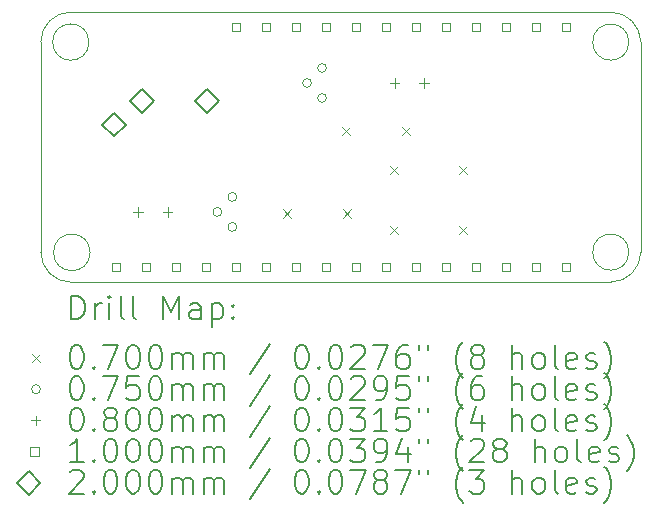
<source format=gbr>
%TF.GenerationSoftware,KiCad,Pcbnew,8.0.4*%
%TF.CreationDate,2024-08-09T00:28:41-05:00*%
%TF.ProjectId,FeatherDancer,46656174-6865-4724-9461-6e6365722e6b,rev?*%
%TF.SameCoordinates,Original*%
%TF.FileFunction,Drillmap*%
%TF.FilePolarity,Positive*%
%FSLAX45Y45*%
G04 Gerber Fmt 4.5, Leading zero omitted, Abs format (unit mm)*
G04 Created by KiCad (PCBNEW 8.0.4) date 2024-08-09 00:28:41*
%MOMM*%
%LPD*%
G01*
G04 APERTURE LIST*
%ADD10C,0.050000*%
%ADD11C,0.200000*%
%ADD12C,0.100000*%
G04 APERTURE END LIST*
D10*
X12728023Y-11391900D02*
G75*
G02*
X12417977Y-11391900I-155023J0D01*
G01*
X12417977Y-11391900D02*
G75*
G02*
X12728023Y-11391900I155023J0D01*
G01*
X12717738Y-9611360D02*
G75*
G02*
X12410482Y-9611360I-153628J0D01*
G01*
X12410482Y-9611360D02*
G75*
G02*
X12717738Y-9611360I153628J0D01*
G01*
X17288896Y-9611360D02*
G75*
G02*
X16983324Y-9611360I-152786J0D01*
G01*
X16983324Y-9611360D02*
G75*
G02*
X17288896Y-9611360I152786J0D01*
G01*
X17288896Y-11389360D02*
G75*
G02*
X16983324Y-11389360I-152786J0D01*
G01*
X16983324Y-11389360D02*
G75*
G02*
X17288896Y-11389360I152786J0D01*
G01*
X17136110Y-9357360D02*
G75*
G02*
X17390110Y-9611360I0J-254000D01*
G01*
X12564110Y-9357360D02*
X17136110Y-9357360D01*
X12310110Y-11389360D02*
X12310110Y-9611360D01*
X17390110Y-9611360D02*
X17390110Y-11389360D01*
X12310110Y-9611360D02*
G75*
G02*
X12564110Y-9357360I254000J0D01*
G01*
X17390110Y-11389360D02*
G75*
G02*
X17136110Y-11643360I-254000J0D01*
G01*
X12564110Y-11643360D02*
G75*
G02*
X12310110Y-11389360I0J254000D01*
G01*
X17136110Y-11643360D02*
X12564110Y-11643360D01*
D11*
D12*
X14357350Y-11026700D02*
X14427350Y-11096700D01*
X14427350Y-11026700D02*
X14357350Y-11096700D01*
X14860500Y-10328200D02*
X14930500Y-10398200D01*
X14930500Y-10328200D02*
X14860500Y-10398200D01*
X14865350Y-11026700D02*
X14935350Y-11096700D01*
X14935350Y-11026700D02*
X14865350Y-11096700D01*
X15268500Y-10658400D02*
X15338500Y-10728400D01*
X15338500Y-10658400D02*
X15268500Y-10728400D01*
X15268500Y-11166400D02*
X15338500Y-11236400D01*
X15338500Y-11166400D02*
X15268500Y-11236400D01*
X15368500Y-10328200D02*
X15438500Y-10398200D01*
X15438500Y-10328200D02*
X15368500Y-10398200D01*
X15852700Y-10658400D02*
X15922700Y-10728400D01*
X15922700Y-10658400D02*
X15852700Y-10728400D01*
X15852700Y-11166400D02*
X15922700Y-11236400D01*
X15922700Y-11166400D02*
X15852700Y-11236400D01*
X13842400Y-11049000D02*
G75*
G02*
X13767400Y-11049000I-37500J0D01*
G01*
X13767400Y-11049000D02*
G75*
G02*
X13842400Y-11049000I37500J0D01*
G01*
X13969400Y-10922000D02*
G75*
G02*
X13894400Y-10922000I-37500J0D01*
G01*
X13894400Y-10922000D02*
G75*
G02*
X13969400Y-10922000I37500J0D01*
G01*
X13969400Y-11176000D02*
G75*
G02*
X13894400Y-11176000I-37500J0D01*
G01*
X13894400Y-11176000D02*
G75*
G02*
X13969400Y-11176000I37500J0D01*
G01*
X14602300Y-9956800D02*
G75*
G02*
X14527300Y-9956800I-37500J0D01*
G01*
X14527300Y-9956800D02*
G75*
G02*
X14602300Y-9956800I37500J0D01*
G01*
X14729300Y-9829800D02*
G75*
G02*
X14654300Y-9829800I-37500J0D01*
G01*
X14654300Y-9829800D02*
G75*
G02*
X14729300Y-9829800I37500J0D01*
G01*
X14729300Y-10083800D02*
G75*
G02*
X14654300Y-10083800I-37500J0D01*
G01*
X14654300Y-10083800D02*
G75*
G02*
X14729300Y-10083800I37500J0D01*
G01*
X13133800Y-11009000D02*
X13133800Y-11089000D01*
X13093800Y-11049000D02*
X13173800Y-11049000D01*
X13383800Y-11009000D02*
X13383800Y-11089000D01*
X13343800Y-11049000D02*
X13423800Y-11049000D01*
X15305500Y-9916800D02*
X15305500Y-9996800D01*
X15265500Y-9956800D02*
X15345500Y-9956800D01*
X15555500Y-9916800D02*
X15555500Y-9996800D01*
X15515500Y-9956800D02*
X15595500Y-9956800D01*
X12980466Y-11551716D02*
X12980466Y-11481004D01*
X12909754Y-11481004D01*
X12909754Y-11551716D01*
X12980466Y-11551716D01*
X13234466Y-11551716D02*
X13234466Y-11481004D01*
X13163754Y-11481004D01*
X13163754Y-11551716D01*
X13234466Y-11551716D01*
X13488466Y-11551716D02*
X13488466Y-11481004D01*
X13417754Y-11481004D01*
X13417754Y-11551716D01*
X13488466Y-11551716D01*
X13742466Y-11551716D02*
X13742466Y-11481004D01*
X13671754Y-11481004D01*
X13671754Y-11551716D01*
X13742466Y-11551716D01*
X13996466Y-9519716D02*
X13996466Y-9449004D01*
X13925754Y-9449004D01*
X13925754Y-9519716D01*
X13996466Y-9519716D01*
X13996466Y-11551716D02*
X13996466Y-11481004D01*
X13925754Y-11481004D01*
X13925754Y-11551716D01*
X13996466Y-11551716D01*
X14250466Y-9519716D02*
X14250466Y-9449004D01*
X14179754Y-9449004D01*
X14179754Y-9519716D01*
X14250466Y-9519716D01*
X14250466Y-11551716D02*
X14250466Y-11481004D01*
X14179754Y-11481004D01*
X14179754Y-11551716D01*
X14250466Y-11551716D01*
X14504466Y-9519716D02*
X14504466Y-9449004D01*
X14433754Y-9449004D01*
X14433754Y-9519716D01*
X14504466Y-9519716D01*
X14504466Y-11551716D02*
X14504466Y-11481004D01*
X14433754Y-11481004D01*
X14433754Y-11551716D01*
X14504466Y-11551716D01*
X14758466Y-9519716D02*
X14758466Y-9449004D01*
X14687754Y-9449004D01*
X14687754Y-9519716D01*
X14758466Y-9519716D01*
X14758466Y-11551716D02*
X14758466Y-11481004D01*
X14687754Y-11481004D01*
X14687754Y-11551716D01*
X14758466Y-11551716D01*
X15012466Y-9519716D02*
X15012466Y-9449004D01*
X14941754Y-9449004D01*
X14941754Y-9519716D01*
X15012466Y-9519716D01*
X15012466Y-11551716D02*
X15012466Y-11481004D01*
X14941754Y-11481004D01*
X14941754Y-11551716D01*
X15012466Y-11551716D01*
X15266466Y-9519716D02*
X15266466Y-9449004D01*
X15195754Y-9449004D01*
X15195754Y-9519716D01*
X15266466Y-9519716D01*
X15266466Y-11551716D02*
X15266466Y-11481004D01*
X15195754Y-11481004D01*
X15195754Y-11551716D01*
X15266466Y-11551716D01*
X15520466Y-9519716D02*
X15520466Y-9449004D01*
X15449754Y-9449004D01*
X15449754Y-9519716D01*
X15520466Y-9519716D01*
X15520466Y-11551716D02*
X15520466Y-11481004D01*
X15449754Y-11481004D01*
X15449754Y-11551716D01*
X15520466Y-11551716D01*
X15774466Y-9519716D02*
X15774466Y-9449004D01*
X15703754Y-9449004D01*
X15703754Y-9519716D01*
X15774466Y-9519716D01*
X15774466Y-11551716D02*
X15774466Y-11481004D01*
X15703754Y-11481004D01*
X15703754Y-11551716D01*
X15774466Y-11551716D01*
X16028466Y-9519716D02*
X16028466Y-9449004D01*
X15957754Y-9449004D01*
X15957754Y-9519716D01*
X16028466Y-9519716D01*
X16028466Y-11551716D02*
X16028466Y-11481004D01*
X15957754Y-11481004D01*
X15957754Y-11551716D01*
X16028466Y-11551716D01*
X16282466Y-9519716D02*
X16282466Y-9449004D01*
X16211754Y-9449004D01*
X16211754Y-9519716D01*
X16282466Y-9519716D01*
X16282466Y-11551716D02*
X16282466Y-11481004D01*
X16211754Y-11481004D01*
X16211754Y-11551716D01*
X16282466Y-11551716D01*
X16536466Y-9519716D02*
X16536466Y-9449004D01*
X16465754Y-9449004D01*
X16465754Y-9519716D01*
X16536466Y-9519716D01*
X16536466Y-11551716D02*
X16536466Y-11481004D01*
X16465754Y-11481004D01*
X16465754Y-11551716D01*
X16536466Y-11551716D01*
X16790466Y-9519716D02*
X16790466Y-9449004D01*
X16719754Y-9449004D01*
X16719754Y-9519716D01*
X16790466Y-9519716D01*
X16790466Y-11551716D02*
X16790466Y-11481004D01*
X16719754Y-11481004D01*
X16719754Y-11551716D01*
X16790466Y-11551716D01*
D11*
X12929600Y-10409700D02*
X13029600Y-10309700D01*
X12929600Y-10209700D01*
X12829600Y-10309700D01*
X12929600Y-10409700D01*
X13169600Y-10209700D02*
X13269600Y-10109700D01*
X13169600Y-10009700D01*
X13069600Y-10109700D01*
X13169600Y-10209700D01*
X13719600Y-10209700D02*
X13819600Y-10109700D01*
X13719600Y-10009700D01*
X13619600Y-10109700D01*
X13719600Y-10209700D01*
X12568387Y-11957344D02*
X12568387Y-11757344D01*
X12568387Y-11757344D02*
X12616006Y-11757344D01*
X12616006Y-11757344D02*
X12644577Y-11766868D01*
X12644577Y-11766868D02*
X12663625Y-11785915D01*
X12663625Y-11785915D02*
X12673149Y-11804963D01*
X12673149Y-11804963D02*
X12682672Y-11843058D01*
X12682672Y-11843058D02*
X12682672Y-11871629D01*
X12682672Y-11871629D02*
X12673149Y-11909725D01*
X12673149Y-11909725D02*
X12663625Y-11928772D01*
X12663625Y-11928772D02*
X12644577Y-11947820D01*
X12644577Y-11947820D02*
X12616006Y-11957344D01*
X12616006Y-11957344D02*
X12568387Y-11957344D01*
X12768387Y-11957344D02*
X12768387Y-11824010D01*
X12768387Y-11862106D02*
X12777911Y-11843058D01*
X12777911Y-11843058D02*
X12787434Y-11833534D01*
X12787434Y-11833534D02*
X12806482Y-11824010D01*
X12806482Y-11824010D02*
X12825530Y-11824010D01*
X12892196Y-11957344D02*
X12892196Y-11824010D01*
X12892196Y-11757344D02*
X12882672Y-11766868D01*
X12882672Y-11766868D02*
X12892196Y-11776391D01*
X12892196Y-11776391D02*
X12901720Y-11766868D01*
X12901720Y-11766868D02*
X12892196Y-11757344D01*
X12892196Y-11757344D02*
X12892196Y-11776391D01*
X13016006Y-11957344D02*
X12996958Y-11947820D01*
X12996958Y-11947820D02*
X12987434Y-11928772D01*
X12987434Y-11928772D02*
X12987434Y-11757344D01*
X13120768Y-11957344D02*
X13101720Y-11947820D01*
X13101720Y-11947820D02*
X13092196Y-11928772D01*
X13092196Y-11928772D02*
X13092196Y-11757344D01*
X13349339Y-11957344D02*
X13349339Y-11757344D01*
X13349339Y-11757344D02*
X13416006Y-11900201D01*
X13416006Y-11900201D02*
X13482672Y-11757344D01*
X13482672Y-11757344D02*
X13482672Y-11957344D01*
X13663625Y-11957344D02*
X13663625Y-11852582D01*
X13663625Y-11852582D02*
X13654101Y-11833534D01*
X13654101Y-11833534D02*
X13635053Y-11824010D01*
X13635053Y-11824010D02*
X13596958Y-11824010D01*
X13596958Y-11824010D02*
X13577911Y-11833534D01*
X13663625Y-11947820D02*
X13644577Y-11957344D01*
X13644577Y-11957344D02*
X13596958Y-11957344D01*
X13596958Y-11957344D02*
X13577911Y-11947820D01*
X13577911Y-11947820D02*
X13568387Y-11928772D01*
X13568387Y-11928772D02*
X13568387Y-11909725D01*
X13568387Y-11909725D02*
X13577911Y-11890677D01*
X13577911Y-11890677D02*
X13596958Y-11881153D01*
X13596958Y-11881153D02*
X13644577Y-11881153D01*
X13644577Y-11881153D02*
X13663625Y-11871629D01*
X13758863Y-11824010D02*
X13758863Y-12024010D01*
X13758863Y-11833534D02*
X13777911Y-11824010D01*
X13777911Y-11824010D02*
X13816006Y-11824010D01*
X13816006Y-11824010D02*
X13835053Y-11833534D01*
X13835053Y-11833534D02*
X13844577Y-11843058D01*
X13844577Y-11843058D02*
X13854101Y-11862106D01*
X13854101Y-11862106D02*
X13854101Y-11919248D01*
X13854101Y-11919248D02*
X13844577Y-11938296D01*
X13844577Y-11938296D02*
X13835053Y-11947820D01*
X13835053Y-11947820D02*
X13816006Y-11957344D01*
X13816006Y-11957344D02*
X13777911Y-11957344D01*
X13777911Y-11957344D02*
X13758863Y-11947820D01*
X13939815Y-11938296D02*
X13949339Y-11947820D01*
X13949339Y-11947820D02*
X13939815Y-11957344D01*
X13939815Y-11957344D02*
X13930292Y-11947820D01*
X13930292Y-11947820D02*
X13939815Y-11938296D01*
X13939815Y-11938296D02*
X13939815Y-11957344D01*
X13939815Y-11833534D02*
X13949339Y-11843058D01*
X13949339Y-11843058D02*
X13939815Y-11852582D01*
X13939815Y-11852582D02*
X13930292Y-11843058D01*
X13930292Y-11843058D02*
X13939815Y-11833534D01*
X13939815Y-11833534D02*
X13939815Y-11852582D01*
D12*
X12237610Y-12250860D02*
X12307610Y-12320860D01*
X12307610Y-12250860D02*
X12237610Y-12320860D01*
D11*
X12606482Y-12177344D02*
X12625530Y-12177344D01*
X12625530Y-12177344D02*
X12644577Y-12186868D01*
X12644577Y-12186868D02*
X12654101Y-12196391D01*
X12654101Y-12196391D02*
X12663625Y-12215439D01*
X12663625Y-12215439D02*
X12673149Y-12253534D01*
X12673149Y-12253534D02*
X12673149Y-12301153D01*
X12673149Y-12301153D02*
X12663625Y-12339248D01*
X12663625Y-12339248D02*
X12654101Y-12358296D01*
X12654101Y-12358296D02*
X12644577Y-12367820D01*
X12644577Y-12367820D02*
X12625530Y-12377344D01*
X12625530Y-12377344D02*
X12606482Y-12377344D01*
X12606482Y-12377344D02*
X12587434Y-12367820D01*
X12587434Y-12367820D02*
X12577911Y-12358296D01*
X12577911Y-12358296D02*
X12568387Y-12339248D01*
X12568387Y-12339248D02*
X12558863Y-12301153D01*
X12558863Y-12301153D02*
X12558863Y-12253534D01*
X12558863Y-12253534D02*
X12568387Y-12215439D01*
X12568387Y-12215439D02*
X12577911Y-12196391D01*
X12577911Y-12196391D02*
X12587434Y-12186868D01*
X12587434Y-12186868D02*
X12606482Y-12177344D01*
X12758863Y-12358296D02*
X12768387Y-12367820D01*
X12768387Y-12367820D02*
X12758863Y-12377344D01*
X12758863Y-12377344D02*
X12749339Y-12367820D01*
X12749339Y-12367820D02*
X12758863Y-12358296D01*
X12758863Y-12358296D02*
X12758863Y-12377344D01*
X12835053Y-12177344D02*
X12968387Y-12177344D01*
X12968387Y-12177344D02*
X12882672Y-12377344D01*
X13082672Y-12177344D02*
X13101720Y-12177344D01*
X13101720Y-12177344D02*
X13120768Y-12186868D01*
X13120768Y-12186868D02*
X13130292Y-12196391D01*
X13130292Y-12196391D02*
X13139815Y-12215439D01*
X13139815Y-12215439D02*
X13149339Y-12253534D01*
X13149339Y-12253534D02*
X13149339Y-12301153D01*
X13149339Y-12301153D02*
X13139815Y-12339248D01*
X13139815Y-12339248D02*
X13130292Y-12358296D01*
X13130292Y-12358296D02*
X13120768Y-12367820D01*
X13120768Y-12367820D02*
X13101720Y-12377344D01*
X13101720Y-12377344D02*
X13082672Y-12377344D01*
X13082672Y-12377344D02*
X13063625Y-12367820D01*
X13063625Y-12367820D02*
X13054101Y-12358296D01*
X13054101Y-12358296D02*
X13044577Y-12339248D01*
X13044577Y-12339248D02*
X13035053Y-12301153D01*
X13035053Y-12301153D02*
X13035053Y-12253534D01*
X13035053Y-12253534D02*
X13044577Y-12215439D01*
X13044577Y-12215439D02*
X13054101Y-12196391D01*
X13054101Y-12196391D02*
X13063625Y-12186868D01*
X13063625Y-12186868D02*
X13082672Y-12177344D01*
X13273149Y-12177344D02*
X13292196Y-12177344D01*
X13292196Y-12177344D02*
X13311244Y-12186868D01*
X13311244Y-12186868D02*
X13320768Y-12196391D01*
X13320768Y-12196391D02*
X13330292Y-12215439D01*
X13330292Y-12215439D02*
X13339815Y-12253534D01*
X13339815Y-12253534D02*
X13339815Y-12301153D01*
X13339815Y-12301153D02*
X13330292Y-12339248D01*
X13330292Y-12339248D02*
X13320768Y-12358296D01*
X13320768Y-12358296D02*
X13311244Y-12367820D01*
X13311244Y-12367820D02*
X13292196Y-12377344D01*
X13292196Y-12377344D02*
X13273149Y-12377344D01*
X13273149Y-12377344D02*
X13254101Y-12367820D01*
X13254101Y-12367820D02*
X13244577Y-12358296D01*
X13244577Y-12358296D02*
X13235053Y-12339248D01*
X13235053Y-12339248D02*
X13225530Y-12301153D01*
X13225530Y-12301153D02*
X13225530Y-12253534D01*
X13225530Y-12253534D02*
X13235053Y-12215439D01*
X13235053Y-12215439D02*
X13244577Y-12196391D01*
X13244577Y-12196391D02*
X13254101Y-12186868D01*
X13254101Y-12186868D02*
X13273149Y-12177344D01*
X13425530Y-12377344D02*
X13425530Y-12244010D01*
X13425530Y-12263058D02*
X13435053Y-12253534D01*
X13435053Y-12253534D02*
X13454101Y-12244010D01*
X13454101Y-12244010D02*
X13482673Y-12244010D01*
X13482673Y-12244010D02*
X13501720Y-12253534D01*
X13501720Y-12253534D02*
X13511244Y-12272582D01*
X13511244Y-12272582D02*
X13511244Y-12377344D01*
X13511244Y-12272582D02*
X13520768Y-12253534D01*
X13520768Y-12253534D02*
X13539815Y-12244010D01*
X13539815Y-12244010D02*
X13568387Y-12244010D01*
X13568387Y-12244010D02*
X13587434Y-12253534D01*
X13587434Y-12253534D02*
X13596958Y-12272582D01*
X13596958Y-12272582D02*
X13596958Y-12377344D01*
X13692196Y-12377344D02*
X13692196Y-12244010D01*
X13692196Y-12263058D02*
X13701720Y-12253534D01*
X13701720Y-12253534D02*
X13720768Y-12244010D01*
X13720768Y-12244010D02*
X13749339Y-12244010D01*
X13749339Y-12244010D02*
X13768387Y-12253534D01*
X13768387Y-12253534D02*
X13777911Y-12272582D01*
X13777911Y-12272582D02*
X13777911Y-12377344D01*
X13777911Y-12272582D02*
X13787434Y-12253534D01*
X13787434Y-12253534D02*
X13806482Y-12244010D01*
X13806482Y-12244010D02*
X13835053Y-12244010D01*
X13835053Y-12244010D02*
X13854101Y-12253534D01*
X13854101Y-12253534D02*
X13863625Y-12272582D01*
X13863625Y-12272582D02*
X13863625Y-12377344D01*
X14254101Y-12167820D02*
X14082673Y-12424963D01*
X14511244Y-12177344D02*
X14530292Y-12177344D01*
X14530292Y-12177344D02*
X14549339Y-12186868D01*
X14549339Y-12186868D02*
X14558863Y-12196391D01*
X14558863Y-12196391D02*
X14568387Y-12215439D01*
X14568387Y-12215439D02*
X14577911Y-12253534D01*
X14577911Y-12253534D02*
X14577911Y-12301153D01*
X14577911Y-12301153D02*
X14568387Y-12339248D01*
X14568387Y-12339248D02*
X14558863Y-12358296D01*
X14558863Y-12358296D02*
X14549339Y-12367820D01*
X14549339Y-12367820D02*
X14530292Y-12377344D01*
X14530292Y-12377344D02*
X14511244Y-12377344D01*
X14511244Y-12377344D02*
X14492196Y-12367820D01*
X14492196Y-12367820D02*
X14482673Y-12358296D01*
X14482673Y-12358296D02*
X14473149Y-12339248D01*
X14473149Y-12339248D02*
X14463625Y-12301153D01*
X14463625Y-12301153D02*
X14463625Y-12253534D01*
X14463625Y-12253534D02*
X14473149Y-12215439D01*
X14473149Y-12215439D02*
X14482673Y-12196391D01*
X14482673Y-12196391D02*
X14492196Y-12186868D01*
X14492196Y-12186868D02*
X14511244Y-12177344D01*
X14663625Y-12358296D02*
X14673149Y-12367820D01*
X14673149Y-12367820D02*
X14663625Y-12377344D01*
X14663625Y-12377344D02*
X14654101Y-12367820D01*
X14654101Y-12367820D02*
X14663625Y-12358296D01*
X14663625Y-12358296D02*
X14663625Y-12377344D01*
X14796958Y-12177344D02*
X14816006Y-12177344D01*
X14816006Y-12177344D02*
X14835054Y-12186868D01*
X14835054Y-12186868D02*
X14844577Y-12196391D01*
X14844577Y-12196391D02*
X14854101Y-12215439D01*
X14854101Y-12215439D02*
X14863625Y-12253534D01*
X14863625Y-12253534D02*
X14863625Y-12301153D01*
X14863625Y-12301153D02*
X14854101Y-12339248D01*
X14854101Y-12339248D02*
X14844577Y-12358296D01*
X14844577Y-12358296D02*
X14835054Y-12367820D01*
X14835054Y-12367820D02*
X14816006Y-12377344D01*
X14816006Y-12377344D02*
X14796958Y-12377344D01*
X14796958Y-12377344D02*
X14777911Y-12367820D01*
X14777911Y-12367820D02*
X14768387Y-12358296D01*
X14768387Y-12358296D02*
X14758863Y-12339248D01*
X14758863Y-12339248D02*
X14749339Y-12301153D01*
X14749339Y-12301153D02*
X14749339Y-12253534D01*
X14749339Y-12253534D02*
X14758863Y-12215439D01*
X14758863Y-12215439D02*
X14768387Y-12196391D01*
X14768387Y-12196391D02*
X14777911Y-12186868D01*
X14777911Y-12186868D02*
X14796958Y-12177344D01*
X14939816Y-12196391D02*
X14949339Y-12186868D01*
X14949339Y-12186868D02*
X14968387Y-12177344D01*
X14968387Y-12177344D02*
X15016006Y-12177344D01*
X15016006Y-12177344D02*
X15035054Y-12186868D01*
X15035054Y-12186868D02*
X15044577Y-12196391D01*
X15044577Y-12196391D02*
X15054101Y-12215439D01*
X15054101Y-12215439D02*
X15054101Y-12234487D01*
X15054101Y-12234487D02*
X15044577Y-12263058D01*
X15044577Y-12263058D02*
X14930292Y-12377344D01*
X14930292Y-12377344D02*
X15054101Y-12377344D01*
X15120768Y-12177344D02*
X15254101Y-12177344D01*
X15254101Y-12177344D02*
X15168387Y-12377344D01*
X15416006Y-12177344D02*
X15377911Y-12177344D01*
X15377911Y-12177344D02*
X15358863Y-12186868D01*
X15358863Y-12186868D02*
X15349339Y-12196391D01*
X15349339Y-12196391D02*
X15330292Y-12224963D01*
X15330292Y-12224963D02*
X15320768Y-12263058D01*
X15320768Y-12263058D02*
X15320768Y-12339248D01*
X15320768Y-12339248D02*
X15330292Y-12358296D01*
X15330292Y-12358296D02*
X15339816Y-12367820D01*
X15339816Y-12367820D02*
X15358863Y-12377344D01*
X15358863Y-12377344D02*
X15396958Y-12377344D01*
X15396958Y-12377344D02*
X15416006Y-12367820D01*
X15416006Y-12367820D02*
X15425530Y-12358296D01*
X15425530Y-12358296D02*
X15435054Y-12339248D01*
X15435054Y-12339248D02*
X15435054Y-12291629D01*
X15435054Y-12291629D02*
X15425530Y-12272582D01*
X15425530Y-12272582D02*
X15416006Y-12263058D01*
X15416006Y-12263058D02*
X15396958Y-12253534D01*
X15396958Y-12253534D02*
X15358863Y-12253534D01*
X15358863Y-12253534D02*
X15339816Y-12263058D01*
X15339816Y-12263058D02*
X15330292Y-12272582D01*
X15330292Y-12272582D02*
X15320768Y-12291629D01*
X15511244Y-12177344D02*
X15511244Y-12215439D01*
X15587435Y-12177344D02*
X15587435Y-12215439D01*
X15882673Y-12453534D02*
X15873149Y-12444010D01*
X15873149Y-12444010D02*
X15854101Y-12415439D01*
X15854101Y-12415439D02*
X15844578Y-12396391D01*
X15844578Y-12396391D02*
X15835054Y-12367820D01*
X15835054Y-12367820D02*
X15825530Y-12320201D01*
X15825530Y-12320201D02*
X15825530Y-12282106D01*
X15825530Y-12282106D02*
X15835054Y-12234487D01*
X15835054Y-12234487D02*
X15844578Y-12205915D01*
X15844578Y-12205915D02*
X15854101Y-12186868D01*
X15854101Y-12186868D02*
X15873149Y-12158296D01*
X15873149Y-12158296D02*
X15882673Y-12148772D01*
X15987435Y-12263058D02*
X15968387Y-12253534D01*
X15968387Y-12253534D02*
X15958863Y-12244010D01*
X15958863Y-12244010D02*
X15949339Y-12224963D01*
X15949339Y-12224963D02*
X15949339Y-12215439D01*
X15949339Y-12215439D02*
X15958863Y-12196391D01*
X15958863Y-12196391D02*
X15968387Y-12186868D01*
X15968387Y-12186868D02*
X15987435Y-12177344D01*
X15987435Y-12177344D02*
X16025530Y-12177344D01*
X16025530Y-12177344D02*
X16044578Y-12186868D01*
X16044578Y-12186868D02*
X16054101Y-12196391D01*
X16054101Y-12196391D02*
X16063625Y-12215439D01*
X16063625Y-12215439D02*
X16063625Y-12224963D01*
X16063625Y-12224963D02*
X16054101Y-12244010D01*
X16054101Y-12244010D02*
X16044578Y-12253534D01*
X16044578Y-12253534D02*
X16025530Y-12263058D01*
X16025530Y-12263058D02*
X15987435Y-12263058D01*
X15987435Y-12263058D02*
X15968387Y-12272582D01*
X15968387Y-12272582D02*
X15958863Y-12282106D01*
X15958863Y-12282106D02*
X15949339Y-12301153D01*
X15949339Y-12301153D02*
X15949339Y-12339248D01*
X15949339Y-12339248D02*
X15958863Y-12358296D01*
X15958863Y-12358296D02*
X15968387Y-12367820D01*
X15968387Y-12367820D02*
X15987435Y-12377344D01*
X15987435Y-12377344D02*
X16025530Y-12377344D01*
X16025530Y-12377344D02*
X16044578Y-12367820D01*
X16044578Y-12367820D02*
X16054101Y-12358296D01*
X16054101Y-12358296D02*
X16063625Y-12339248D01*
X16063625Y-12339248D02*
X16063625Y-12301153D01*
X16063625Y-12301153D02*
X16054101Y-12282106D01*
X16054101Y-12282106D02*
X16044578Y-12272582D01*
X16044578Y-12272582D02*
X16025530Y-12263058D01*
X16301720Y-12377344D02*
X16301720Y-12177344D01*
X16387435Y-12377344D02*
X16387435Y-12272582D01*
X16387435Y-12272582D02*
X16377911Y-12253534D01*
X16377911Y-12253534D02*
X16358863Y-12244010D01*
X16358863Y-12244010D02*
X16330292Y-12244010D01*
X16330292Y-12244010D02*
X16311244Y-12253534D01*
X16311244Y-12253534D02*
X16301720Y-12263058D01*
X16511244Y-12377344D02*
X16492197Y-12367820D01*
X16492197Y-12367820D02*
X16482673Y-12358296D01*
X16482673Y-12358296D02*
X16473149Y-12339248D01*
X16473149Y-12339248D02*
X16473149Y-12282106D01*
X16473149Y-12282106D02*
X16482673Y-12263058D01*
X16482673Y-12263058D02*
X16492197Y-12253534D01*
X16492197Y-12253534D02*
X16511244Y-12244010D01*
X16511244Y-12244010D02*
X16539816Y-12244010D01*
X16539816Y-12244010D02*
X16558863Y-12253534D01*
X16558863Y-12253534D02*
X16568387Y-12263058D01*
X16568387Y-12263058D02*
X16577911Y-12282106D01*
X16577911Y-12282106D02*
X16577911Y-12339248D01*
X16577911Y-12339248D02*
X16568387Y-12358296D01*
X16568387Y-12358296D02*
X16558863Y-12367820D01*
X16558863Y-12367820D02*
X16539816Y-12377344D01*
X16539816Y-12377344D02*
X16511244Y-12377344D01*
X16692197Y-12377344D02*
X16673149Y-12367820D01*
X16673149Y-12367820D02*
X16663625Y-12348772D01*
X16663625Y-12348772D02*
X16663625Y-12177344D01*
X16844578Y-12367820D02*
X16825530Y-12377344D01*
X16825530Y-12377344D02*
X16787435Y-12377344D01*
X16787435Y-12377344D02*
X16768387Y-12367820D01*
X16768387Y-12367820D02*
X16758863Y-12348772D01*
X16758863Y-12348772D02*
X16758863Y-12272582D01*
X16758863Y-12272582D02*
X16768387Y-12253534D01*
X16768387Y-12253534D02*
X16787435Y-12244010D01*
X16787435Y-12244010D02*
X16825530Y-12244010D01*
X16825530Y-12244010D02*
X16844578Y-12253534D01*
X16844578Y-12253534D02*
X16854102Y-12272582D01*
X16854102Y-12272582D02*
X16854102Y-12291629D01*
X16854102Y-12291629D02*
X16758863Y-12310677D01*
X16930292Y-12367820D02*
X16949340Y-12377344D01*
X16949340Y-12377344D02*
X16987435Y-12377344D01*
X16987435Y-12377344D02*
X17006483Y-12367820D01*
X17006483Y-12367820D02*
X17016006Y-12348772D01*
X17016006Y-12348772D02*
X17016006Y-12339248D01*
X17016006Y-12339248D02*
X17006483Y-12320201D01*
X17006483Y-12320201D02*
X16987435Y-12310677D01*
X16987435Y-12310677D02*
X16958863Y-12310677D01*
X16958863Y-12310677D02*
X16939816Y-12301153D01*
X16939816Y-12301153D02*
X16930292Y-12282106D01*
X16930292Y-12282106D02*
X16930292Y-12272582D01*
X16930292Y-12272582D02*
X16939816Y-12253534D01*
X16939816Y-12253534D02*
X16958863Y-12244010D01*
X16958863Y-12244010D02*
X16987435Y-12244010D01*
X16987435Y-12244010D02*
X17006483Y-12253534D01*
X17082673Y-12453534D02*
X17092197Y-12444010D01*
X17092197Y-12444010D02*
X17111244Y-12415439D01*
X17111244Y-12415439D02*
X17120768Y-12396391D01*
X17120768Y-12396391D02*
X17130292Y-12367820D01*
X17130292Y-12367820D02*
X17139816Y-12320201D01*
X17139816Y-12320201D02*
X17139816Y-12282106D01*
X17139816Y-12282106D02*
X17130292Y-12234487D01*
X17130292Y-12234487D02*
X17120768Y-12205915D01*
X17120768Y-12205915D02*
X17111244Y-12186868D01*
X17111244Y-12186868D02*
X17092197Y-12158296D01*
X17092197Y-12158296D02*
X17082673Y-12148772D01*
D12*
X12307610Y-12549860D02*
G75*
G02*
X12232610Y-12549860I-37500J0D01*
G01*
X12232610Y-12549860D02*
G75*
G02*
X12307610Y-12549860I37500J0D01*
G01*
D11*
X12606482Y-12441344D02*
X12625530Y-12441344D01*
X12625530Y-12441344D02*
X12644577Y-12450868D01*
X12644577Y-12450868D02*
X12654101Y-12460391D01*
X12654101Y-12460391D02*
X12663625Y-12479439D01*
X12663625Y-12479439D02*
X12673149Y-12517534D01*
X12673149Y-12517534D02*
X12673149Y-12565153D01*
X12673149Y-12565153D02*
X12663625Y-12603248D01*
X12663625Y-12603248D02*
X12654101Y-12622296D01*
X12654101Y-12622296D02*
X12644577Y-12631820D01*
X12644577Y-12631820D02*
X12625530Y-12641344D01*
X12625530Y-12641344D02*
X12606482Y-12641344D01*
X12606482Y-12641344D02*
X12587434Y-12631820D01*
X12587434Y-12631820D02*
X12577911Y-12622296D01*
X12577911Y-12622296D02*
X12568387Y-12603248D01*
X12568387Y-12603248D02*
X12558863Y-12565153D01*
X12558863Y-12565153D02*
X12558863Y-12517534D01*
X12558863Y-12517534D02*
X12568387Y-12479439D01*
X12568387Y-12479439D02*
X12577911Y-12460391D01*
X12577911Y-12460391D02*
X12587434Y-12450868D01*
X12587434Y-12450868D02*
X12606482Y-12441344D01*
X12758863Y-12622296D02*
X12768387Y-12631820D01*
X12768387Y-12631820D02*
X12758863Y-12641344D01*
X12758863Y-12641344D02*
X12749339Y-12631820D01*
X12749339Y-12631820D02*
X12758863Y-12622296D01*
X12758863Y-12622296D02*
X12758863Y-12641344D01*
X12835053Y-12441344D02*
X12968387Y-12441344D01*
X12968387Y-12441344D02*
X12882672Y-12641344D01*
X13139815Y-12441344D02*
X13044577Y-12441344D01*
X13044577Y-12441344D02*
X13035053Y-12536582D01*
X13035053Y-12536582D02*
X13044577Y-12527058D01*
X13044577Y-12527058D02*
X13063625Y-12517534D01*
X13063625Y-12517534D02*
X13111244Y-12517534D01*
X13111244Y-12517534D02*
X13130292Y-12527058D01*
X13130292Y-12527058D02*
X13139815Y-12536582D01*
X13139815Y-12536582D02*
X13149339Y-12555629D01*
X13149339Y-12555629D02*
X13149339Y-12603248D01*
X13149339Y-12603248D02*
X13139815Y-12622296D01*
X13139815Y-12622296D02*
X13130292Y-12631820D01*
X13130292Y-12631820D02*
X13111244Y-12641344D01*
X13111244Y-12641344D02*
X13063625Y-12641344D01*
X13063625Y-12641344D02*
X13044577Y-12631820D01*
X13044577Y-12631820D02*
X13035053Y-12622296D01*
X13273149Y-12441344D02*
X13292196Y-12441344D01*
X13292196Y-12441344D02*
X13311244Y-12450868D01*
X13311244Y-12450868D02*
X13320768Y-12460391D01*
X13320768Y-12460391D02*
X13330292Y-12479439D01*
X13330292Y-12479439D02*
X13339815Y-12517534D01*
X13339815Y-12517534D02*
X13339815Y-12565153D01*
X13339815Y-12565153D02*
X13330292Y-12603248D01*
X13330292Y-12603248D02*
X13320768Y-12622296D01*
X13320768Y-12622296D02*
X13311244Y-12631820D01*
X13311244Y-12631820D02*
X13292196Y-12641344D01*
X13292196Y-12641344D02*
X13273149Y-12641344D01*
X13273149Y-12641344D02*
X13254101Y-12631820D01*
X13254101Y-12631820D02*
X13244577Y-12622296D01*
X13244577Y-12622296D02*
X13235053Y-12603248D01*
X13235053Y-12603248D02*
X13225530Y-12565153D01*
X13225530Y-12565153D02*
X13225530Y-12517534D01*
X13225530Y-12517534D02*
X13235053Y-12479439D01*
X13235053Y-12479439D02*
X13244577Y-12460391D01*
X13244577Y-12460391D02*
X13254101Y-12450868D01*
X13254101Y-12450868D02*
X13273149Y-12441344D01*
X13425530Y-12641344D02*
X13425530Y-12508010D01*
X13425530Y-12527058D02*
X13435053Y-12517534D01*
X13435053Y-12517534D02*
X13454101Y-12508010D01*
X13454101Y-12508010D02*
X13482673Y-12508010D01*
X13482673Y-12508010D02*
X13501720Y-12517534D01*
X13501720Y-12517534D02*
X13511244Y-12536582D01*
X13511244Y-12536582D02*
X13511244Y-12641344D01*
X13511244Y-12536582D02*
X13520768Y-12517534D01*
X13520768Y-12517534D02*
X13539815Y-12508010D01*
X13539815Y-12508010D02*
X13568387Y-12508010D01*
X13568387Y-12508010D02*
X13587434Y-12517534D01*
X13587434Y-12517534D02*
X13596958Y-12536582D01*
X13596958Y-12536582D02*
X13596958Y-12641344D01*
X13692196Y-12641344D02*
X13692196Y-12508010D01*
X13692196Y-12527058D02*
X13701720Y-12517534D01*
X13701720Y-12517534D02*
X13720768Y-12508010D01*
X13720768Y-12508010D02*
X13749339Y-12508010D01*
X13749339Y-12508010D02*
X13768387Y-12517534D01*
X13768387Y-12517534D02*
X13777911Y-12536582D01*
X13777911Y-12536582D02*
X13777911Y-12641344D01*
X13777911Y-12536582D02*
X13787434Y-12517534D01*
X13787434Y-12517534D02*
X13806482Y-12508010D01*
X13806482Y-12508010D02*
X13835053Y-12508010D01*
X13835053Y-12508010D02*
X13854101Y-12517534D01*
X13854101Y-12517534D02*
X13863625Y-12536582D01*
X13863625Y-12536582D02*
X13863625Y-12641344D01*
X14254101Y-12431820D02*
X14082673Y-12688963D01*
X14511244Y-12441344D02*
X14530292Y-12441344D01*
X14530292Y-12441344D02*
X14549339Y-12450868D01*
X14549339Y-12450868D02*
X14558863Y-12460391D01*
X14558863Y-12460391D02*
X14568387Y-12479439D01*
X14568387Y-12479439D02*
X14577911Y-12517534D01*
X14577911Y-12517534D02*
X14577911Y-12565153D01*
X14577911Y-12565153D02*
X14568387Y-12603248D01*
X14568387Y-12603248D02*
X14558863Y-12622296D01*
X14558863Y-12622296D02*
X14549339Y-12631820D01*
X14549339Y-12631820D02*
X14530292Y-12641344D01*
X14530292Y-12641344D02*
X14511244Y-12641344D01*
X14511244Y-12641344D02*
X14492196Y-12631820D01*
X14492196Y-12631820D02*
X14482673Y-12622296D01*
X14482673Y-12622296D02*
X14473149Y-12603248D01*
X14473149Y-12603248D02*
X14463625Y-12565153D01*
X14463625Y-12565153D02*
X14463625Y-12517534D01*
X14463625Y-12517534D02*
X14473149Y-12479439D01*
X14473149Y-12479439D02*
X14482673Y-12460391D01*
X14482673Y-12460391D02*
X14492196Y-12450868D01*
X14492196Y-12450868D02*
X14511244Y-12441344D01*
X14663625Y-12622296D02*
X14673149Y-12631820D01*
X14673149Y-12631820D02*
X14663625Y-12641344D01*
X14663625Y-12641344D02*
X14654101Y-12631820D01*
X14654101Y-12631820D02*
X14663625Y-12622296D01*
X14663625Y-12622296D02*
X14663625Y-12641344D01*
X14796958Y-12441344D02*
X14816006Y-12441344D01*
X14816006Y-12441344D02*
X14835054Y-12450868D01*
X14835054Y-12450868D02*
X14844577Y-12460391D01*
X14844577Y-12460391D02*
X14854101Y-12479439D01*
X14854101Y-12479439D02*
X14863625Y-12517534D01*
X14863625Y-12517534D02*
X14863625Y-12565153D01*
X14863625Y-12565153D02*
X14854101Y-12603248D01*
X14854101Y-12603248D02*
X14844577Y-12622296D01*
X14844577Y-12622296D02*
X14835054Y-12631820D01*
X14835054Y-12631820D02*
X14816006Y-12641344D01*
X14816006Y-12641344D02*
X14796958Y-12641344D01*
X14796958Y-12641344D02*
X14777911Y-12631820D01*
X14777911Y-12631820D02*
X14768387Y-12622296D01*
X14768387Y-12622296D02*
X14758863Y-12603248D01*
X14758863Y-12603248D02*
X14749339Y-12565153D01*
X14749339Y-12565153D02*
X14749339Y-12517534D01*
X14749339Y-12517534D02*
X14758863Y-12479439D01*
X14758863Y-12479439D02*
X14768387Y-12460391D01*
X14768387Y-12460391D02*
X14777911Y-12450868D01*
X14777911Y-12450868D02*
X14796958Y-12441344D01*
X14939816Y-12460391D02*
X14949339Y-12450868D01*
X14949339Y-12450868D02*
X14968387Y-12441344D01*
X14968387Y-12441344D02*
X15016006Y-12441344D01*
X15016006Y-12441344D02*
X15035054Y-12450868D01*
X15035054Y-12450868D02*
X15044577Y-12460391D01*
X15044577Y-12460391D02*
X15054101Y-12479439D01*
X15054101Y-12479439D02*
X15054101Y-12498487D01*
X15054101Y-12498487D02*
X15044577Y-12527058D01*
X15044577Y-12527058D02*
X14930292Y-12641344D01*
X14930292Y-12641344D02*
X15054101Y-12641344D01*
X15149339Y-12641344D02*
X15187435Y-12641344D01*
X15187435Y-12641344D02*
X15206482Y-12631820D01*
X15206482Y-12631820D02*
X15216006Y-12622296D01*
X15216006Y-12622296D02*
X15235054Y-12593725D01*
X15235054Y-12593725D02*
X15244577Y-12555629D01*
X15244577Y-12555629D02*
X15244577Y-12479439D01*
X15244577Y-12479439D02*
X15235054Y-12460391D01*
X15235054Y-12460391D02*
X15225530Y-12450868D01*
X15225530Y-12450868D02*
X15206482Y-12441344D01*
X15206482Y-12441344D02*
X15168387Y-12441344D01*
X15168387Y-12441344D02*
X15149339Y-12450868D01*
X15149339Y-12450868D02*
X15139816Y-12460391D01*
X15139816Y-12460391D02*
X15130292Y-12479439D01*
X15130292Y-12479439D02*
X15130292Y-12527058D01*
X15130292Y-12527058D02*
X15139816Y-12546106D01*
X15139816Y-12546106D02*
X15149339Y-12555629D01*
X15149339Y-12555629D02*
X15168387Y-12565153D01*
X15168387Y-12565153D02*
X15206482Y-12565153D01*
X15206482Y-12565153D02*
X15225530Y-12555629D01*
X15225530Y-12555629D02*
X15235054Y-12546106D01*
X15235054Y-12546106D02*
X15244577Y-12527058D01*
X15425530Y-12441344D02*
X15330292Y-12441344D01*
X15330292Y-12441344D02*
X15320768Y-12536582D01*
X15320768Y-12536582D02*
X15330292Y-12527058D01*
X15330292Y-12527058D02*
X15349339Y-12517534D01*
X15349339Y-12517534D02*
X15396958Y-12517534D01*
X15396958Y-12517534D02*
X15416006Y-12527058D01*
X15416006Y-12527058D02*
X15425530Y-12536582D01*
X15425530Y-12536582D02*
X15435054Y-12555629D01*
X15435054Y-12555629D02*
X15435054Y-12603248D01*
X15435054Y-12603248D02*
X15425530Y-12622296D01*
X15425530Y-12622296D02*
X15416006Y-12631820D01*
X15416006Y-12631820D02*
X15396958Y-12641344D01*
X15396958Y-12641344D02*
X15349339Y-12641344D01*
X15349339Y-12641344D02*
X15330292Y-12631820D01*
X15330292Y-12631820D02*
X15320768Y-12622296D01*
X15511244Y-12441344D02*
X15511244Y-12479439D01*
X15587435Y-12441344D02*
X15587435Y-12479439D01*
X15882673Y-12717534D02*
X15873149Y-12708010D01*
X15873149Y-12708010D02*
X15854101Y-12679439D01*
X15854101Y-12679439D02*
X15844578Y-12660391D01*
X15844578Y-12660391D02*
X15835054Y-12631820D01*
X15835054Y-12631820D02*
X15825530Y-12584201D01*
X15825530Y-12584201D02*
X15825530Y-12546106D01*
X15825530Y-12546106D02*
X15835054Y-12498487D01*
X15835054Y-12498487D02*
X15844578Y-12469915D01*
X15844578Y-12469915D02*
X15854101Y-12450868D01*
X15854101Y-12450868D02*
X15873149Y-12422296D01*
X15873149Y-12422296D02*
X15882673Y-12412772D01*
X16044578Y-12441344D02*
X16006482Y-12441344D01*
X16006482Y-12441344D02*
X15987435Y-12450868D01*
X15987435Y-12450868D02*
X15977911Y-12460391D01*
X15977911Y-12460391D02*
X15958863Y-12488963D01*
X15958863Y-12488963D02*
X15949339Y-12527058D01*
X15949339Y-12527058D02*
X15949339Y-12603248D01*
X15949339Y-12603248D02*
X15958863Y-12622296D01*
X15958863Y-12622296D02*
X15968387Y-12631820D01*
X15968387Y-12631820D02*
X15987435Y-12641344D01*
X15987435Y-12641344D02*
X16025530Y-12641344D01*
X16025530Y-12641344D02*
X16044578Y-12631820D01*
X16044578Y-12631820D02*
X16054101Y-12622296D01*
X16054101Y-12622296D02*
X16063625Y-12603248D01*
X16063625Y-12603248D02*
X16063625Y-12555629D01*
X16063625Y-12555629D02*
X16054101Y-12536582D01*
X16054101Y-12536582D02*
X16044578Y-12527058D01*
X16044578Y-12527058D02*
X16025530Y-12517534D01*
X16025530Y-12517534D02*
X15987435Y-12517534D01*
X15987435Y-12517534D02*
X15968387Y-12527058D01*
X15968387Y-12527058D02*
X15958863Y-12536582D01*
X15958863Y-12536582D02*
X15949339Y-12555629D01*
X16301720Y-12641344D02*
X16301720Y-12441344D01*
X16387435Y-12641344D02*
X16387435Y-12536582D01*
X16387435Y-12536582D02*
X16377911Y-12517534D01*
X16377911Y-12517534D02*
X16358863Y-12508010D01*
X16358863Y-12508010D02*
X16330292Y-12508010D01*
X16330292Y-12508010D02*
X16311244Y-12517534D01*
X16311244Y-12517534D02*
X16301720Y-12527058D01*
X16511244Y-12641344D02*
X16492197Y-12631820D01*
X16492197Y-12631820D02*
X16482673Y-12622296D01*
X16482673Y-12622296D02*
X16473149Y-12603248D01*
X16473149Y-12603248D02*
X16473149Y-12546106D01*
X16473149Y-12546106D02*
X16482673Y-12527058D01*
X16482673Y-12527058D02*
X16492197Y-12517534D01*
X16492197Y-12517534D02*
X16511244Y-12508010D01*
X16511244Y-12508010D02*
X16539816Y-12508010D01*
X16539816Y-12508010D02*
X16558863Y-12517534D01*
X16558863Y-12517534D02*
X16568387Y-12527058D01*
X16568387Y-12527058D02*
X16577911Y-12546106D01*
X16577911Y-12546106D02*
X16577911Y-12603248D01*
X16577911Y-12603248D02*
X16568387Y-12622296D01*
X16568387Y-12622296D02*
X16558863Y-12631820D01*
X16558863Y-12631820D02*
X16539816Y-12641344D01*
X16539816Y-12641344D02*
X16511244Y-12641344D01*
X16692197Y-12641344D02*
X16673149Y-12631820D01*
X16673149Y-12631820D02*
X16663625Y-12612772D01*
X16663625Y-12612772D02*
X16663625Y-12441344D01*
X16844578Y-12631820D02*
X16825530Y-12641344D01*
X16825530Y-12641344D02*
X16787435Y-12641344D01*
X16787435Y-12641344D02*
X16768387Y-12631820D01*
X16768387Y-12631820D02*
X16758863Y-12612772D01*
X16758863Y-12612772D02*
X16758863Y-12536582D01*
X16758863Y-12536582D02*
X16768387Y-12517534D01*
X16768387Y-12517534D02*
X16787435Y-12508010D01*
X16787435Y-12508010D02*
X16825530Y-12508010D01*
X16825530Y-12508010D02*
X16844578Y-12517534D01*
X16844578Y-12517534D02*
X16854102Y-12536582D01*
X16854102Y-12536582D02*
X16854102Y-12555629D01*
X16854102Y-12555629D02*
X16758863Y-12574677D01*
X16930292Y-12631820D02*
X16949340Y-12641344D01*
X16949340Y-12641344D02*
X16987435Y-12641344D01*
X16987435Y-12641344D02*
X17006483Y-12631820D01*
X17006483Y-12631820D02*
X17016006Y-12612772D01*
X17016006Y-12612772D02*
X17016006Y-12603248D01*
X17016006Y-12603248D02*
X17006483Y-12584201D01*
X17006483Y-12584201D02*
X16987435Y-12574677D01*
X16987435Y-12574677D02*
X16958863Y-12574677D01*
X16958863Y-12574677D02*
X16939816Y-12565153D01*
X16939816Y-12565153D02*
X16930292Y-12546106D01*
X16930292Y-12546106D02*
X16930292Y-12536582D01*
X16930292Y-12536582D02*
X16939816Y-12517534D01*
X16939816Y-12517534D02*
X16958863Y-12508010D01*
X16958863Y-12508010D02*
X16987435Y-12508010D01*
X16987435Y-12508010D02*
X17006483Y-12517534D01*
X17082673Y-12717534D02*
X17092197Y-12708010D01*
X17092197Y-12708010D02*
X17111244Y-12679439D01*
X17111244Y-12679439D02*
X17120768Y-12660391D01*
X17120768Y-12660391D02*
X17130292Y-12631820D01*
X17130292Y-12631820D02*
X17139816Y-12584201D01*
X17139816Y-12584201D02*
X17139816Y-12546106D01*
X17139816Y-12546106D02*
X17130292Y-12498487D01*
X17130292Y-12498487D02*
X17120768Y-12469915D01*
X17120768Y-12469915D02*
X17111244Y-12450868D01*
X17111244Y-12450868D02*
X17092197Y-12422296D01*
X17092197Y-12422296D02*
X17082673Y-12412772D01*
D12*
X12267610Y-12773860D02*
X12267610Y-12853860D01*
X12227610Y-12813860D02*
X12307610Y-12813860D01*
D11*
X12606482Y-12705344D02*
X12625530Y-12705344D01*
X12625530Y-12705344D02*
X12644577Y-12714868D01*
X12644577Y-12714868D02*
X12654101Y-12724391D01*
X12654101Y-12724391D02*
X12663625Y-12743439D01*
X12663625Y-12743439D02*
X12673149Y-12781534D01*
X12673149Y-12781534D02*
X12673149Y-12829153D01*
X12673149Y-12829153D02*
X12663625Y-12867248D01*
X12663625Y-12867248D02*
X12654101Y-12886296D01*
X12654101Y-12886296D02*
X12644577Y-12895820D01*
X12644577Y-12895820D02*
X12625530Y-12905344D01*
X12625530Y-12905344D02*
X12606482Y-12905344D01*
X12606482Y-12905344D02*
X12587434Y-12895820D01*
X12587434Y-12895820D02*
X12577911Y-12886296D01*
X12577911Y-12886296D02*
X12568387Y-12867248D01*
X12568387Y-12867248D02*
X12558863Y-12829153D01*
X12558863Y-12829153D02*
X12558863Y-12781534D01*
X12558863Y-12781534D02*
X12568387Y-12743439D01*
X12568387Y-12743439D02*
X12577911Y-12724391D01*
X12577911Y-12724391D02*
X12587434Y-12714868D01*
X12587434Y-12714868D02*
X12606482Y-12705344D01*
X12758863Y-12886296D02*
X12768387Y-12895820D01*
X12768387Y-12895820D02*
X12758863Y-12905344D01*
X12758863Y-12905344D02*
X12749339Y-12895820D01*
X12749339Y-12895820D02*
X12758863Y-12886296D01*
X12758863Y-12886296D02*
X12758863Y-12905344D01*
X12882672Y-12791058D02*
X12863625Y-12781534D01*
X12863625Y-12781534D02*
X12854101Y-12772010D01*
X12854101Y-12772010D02*
X12844577Y-12752963D01*
X12844577Y-12752963D02*
X12844577Y-12743439D01*
X12844577Y-12743439D02*
X12854101Y-12724391D01*
X12854101Y-12724391D02*
X12863625Y-12714868D01*
X12863625Y-12714868D02*
X12882672Y-12705344D01*
X12882672Y-12705344D02*
X12920768Y-12705344D01*
X12920768Y-12705344D02*
X12939815Y-12714868D01*
X12939815Y-12714868D02*
X12949339Y-12724391D01*
X12949339Y-12724391D02*
X12958863Y-12743439D01*
X12958863Y-12743439D02*
X12958863Y-12752963D01*
X12958863Y-12752963D02*
X12949339Y-12772010D01*
X12949339Y-12772010D02*
X12939815Y-12781534D01*
X12939815Y-12781534D02*
X12920768Y-12791058D01*
X12920768Y-12791058D02*
X12882672Y-12791058D01*
X12882672Y-12791058D02*
X12863625Y-12800582D01*
X12863625Y-12800582D02*
X12854101Y-12810106D01*
X12854101Y-12810106D02*
X12844577Y-12829153D01*
X12844577Y-12829153D02*
X12844577Y-12867248D01*
X12844577Y-12867248D02*
X12854101Y-12886296D01*
X12854101Y-12886296D02*
X12863625Y-12895820D01*
X12863625Y-12895820D02*
X12882672Y-12905344D01*
X12882672Y-12905344D02*
X12920768Y-12905344D01*
X12920768Y-12905344D02*
X12939815Y-12895820D01*
X12939815Y-12895820D02*
X12949339Y-12886296D01*
X12949339Y-12886296D02*
X12958863Y-12867248D01*
X12958863Y-12867248D02*
X12958863Y-12829153D01*
X12958863Y-12829153D02*
X12949339Y-12810106D01*
X12949339Y-12810106D02*
X12939815Y-12800582D01*
X12939815Y-12800582D02*
X12920768Y-12791058D01*
X13082672Y-12705344D02*
X13101720Y-12705344D01*
X13101720Y-12705344D02*
X13120768Y-12714868D01*
X13120768Y-12714868D02*
X13130292Y-12724391D01*
X13130292Y-12724391D02*
X13139815Y-12743439D01*
X13139815Y-12743439D02*
X13149339Y-12781534D01*
X13149339Y-12781534D02*
X13149339Y-12829153D01*
X13149339Y-12829153D02*
X13139815Y-12867248D01*
X13139815Y-12867248D02*
X13130292Y-12886296D01*
X13130292Y-12886296D02*
X13120768Y-12895820D01*
X13120768Y-12895820D02*
X13101720Y-12905344D01*
X13101720Y-12905344D02*
X13082672Y-12905344D01*
X13082672Y-12905344D02*
X13063625Y-12895820D01*
X13063625Y-12895820D02*
X13054101Y-12886296D01*
X13054101Y-12886296D02*
X13044577Y-12867248D01*
X13044577Y-12867248D02*
X13035053Y-12829153D01*
X13035053Y-12829153D02*
X13035053Y-12781534D01*
X13035053Y-12781534D02*
X13044577Y-12743439D01*
X13044577Y-12743439D02*
X13054101Y-12724391D01*
X13054101Y-12724391D02*
X13063625Y-12714868D01*
X13063625Y-12714868D02*
X13082672Y-12705344D01*
X13273149Y-12705344D02*
X13292196Y-12705344D01*
X13292196Y-12705344D02*
X13311244Y-12714868D01*
X13311244Y-12714868D02*
X13320768Y-12724391D01*
X13320768Y-12724391D02*
X13330292Y-12743439D01*
X13330292Y-12743439D02*
X13339815Y-12781534D01*
X13339815Y-12781534D02*
X13339815Y-12829153D01*
X13339815Y-12829153D02*
X13330292Y-12867248D01*
X13330292Y-12867248D02*
X13320768Y-12886296D01*
X13320768Y-12886296D02*
X13311244Y-12895820D01*
X13311244Y-12895820D02*
X13292196Y-12905344D01*
X13292196Y-12905344D02*
X13273149Y-12905344D01*
X13273149Y-12905344D02*
X13254101Y-12895820D01*
X13254101Y-12895820D02*
X13244577Y-12886296D01*
X13244577Y-12886296D02*
X13235053Y-12867248D01*
X13235053Y-12867248D02*
X13225530Y-12829153D01*
X13225530Y-12829153D02*
X13225530Y-12781534D01*
X13225530Y-12781534D02*
X13235053Y-12743439D01*
X13235053Y-12743439D02*
X13244577Y-12724391D01*
X13244577Y-12724391D02*
X13254101Y-12714868D01*
X13254101Y-12714868D02*
X13273149Y-12705344D01*
X13425530Y-12905344D02*
X13425530Y-12772010D01*
X13425530Y-12791058D02*
X13435053Y-12781534D01*
X13435053Y-12781534D02*
X13454101Y-12772010D01*
X13454101Y-12772010D02*
X13482673Y-12772010D01*
X13482673Y-12772010D02*
X13501720Y-12781534D01*
X13501720Y-12781534D02*
X13511244Y-12800582D01*
X13511244Y-12800582D02*
X13511244Y-12905344D01*
X13511244Y-12800582D02*
X13520768Y-12781534D01*
X13520768Y-12781534D02*
X13539815Y-12772010D01*
X13539815Y-12772010D02*
X13568387Y-12772010D01*
X13568387Y-12772010D02*
X13587434Y-12781534D01*
X13587434Y-12781534D02*
X13596958Y-12800582D01*
X13596958Y-12800582D02*
X13596958Y-12905344D01*
X13692196Y-12905344D02*
X13692196Y-12772010D01*
X13692196Y-12791058D02*
X13701720Y-12781534D01*
X13701720Y-12781534D02*
X13720768Y-12772010D01*
X13720768Y-12772010D02*
X13749339Y-12772010D01*
X13749339Y-12772010D02*
X13768387Y-12781534D01*
X13768387Y-12781534D02*
X13777911Y-12800582D01*
X13777911Y-12800582D02*
X13777911Y-12905344D01*
X13777911Y-12800582D02*
X13787434Y-12781534D01*
X13787434Y-12781534D02*
X13806482Y-12772010D01*
X13806482Y-12772010D02*
X13835053Y-12772010D01*
X13835053Y-12772010D02*
X13854101Y-12781534D01*
X13854101Y-12781534D02*
X13863625Y-12800582D01*
X13863625Y-12800582D02*
X13863625Y-12905344D01*
X14254101Y-12695820D02*
X14082673Y-12952963D01*
X14511244Y-12705344D02*
X14530292Y-12705344D01*
X14530292Y-12705344D02*
X14549339Y-12714868D01*
X14549339Y-12714868D02*
X14558863Y-12724391D01*
X14558863Y-12724391D02*
X14568387Y-12743439D01*
X14568387Y-12743439D02*
X14577911Y-12781534D01*
X14577911Y-12781534D02*
X14577911Y-12829153D01*
X14577911Y-12829153D02*
X14568387Y-12867248D01*
X14568387Y-12867248D02*
X14558863Y-12886296D01*
X14558863Y-12886296D02*
X14549339Y-12895820D01*
X14549339Y-12895820D02*
X14530292Y-12905344D01*
X14530292Y-12905344D02*
X14511244Y-12905344D01*
X14511244Y-12905344D02*
X14492196Y-12895820D01*
X14492196Y-12895820D02*
X14482673Y-12886296D01*
X14482673Y-12886296D02*
X14473149Y-12867248D01*
X14473149Y-12867248D02*
X14463625Y-12829153D01*
X14463625Y-12829153D02*
X14463625Y-12781534D01*
X14463625Y-12781534D02*
X14473149Y-12743439D01*
X14473149Y-12743439D02*
X14482673Y-12724391D01*
X14482673Y-12724391D02*
X14492196Y-12714868D01*
X14492196Y-12714868D02*
X14511244Y-12705344D01*
X14663625Y-12886296D02*
X14673149Y-12895820D01*
X14673149Y-12895820D02*
X14663625Y-12905344D01*
X14663625Y-12905344D02*
X14654101Y-12895820D01*
X14654101Y-12895820D02*
X14663625Y-12886296D01*
X14663625Y-12886296D02*
X14663625Y-12905344D01*
X14796958Y-12705344D02*
X14816006Y-12705344D01*
X14816006Y-12705344D02*
X14835054Y-12714868D01*
X14835054Y-12714868D02*
X14844577Y-12724391D01*
X14844577Y-12724391D02*
X14854101Y-12743439D01*
X14854101Y-12743439D02*
X14863625Y-12781534D01*
X14863625Y-12781534D02*
X14863625Y-12829153D01*
X14863625Y-12829153D02*
X14854101Y-12867248D01*
X14854101Y-12867248D02*
X14844577Y-12886296D01*
X14844577Y-12886296D02*
X14835054Y-12895820D01*
X14835054Y-12895820D02*
X14816006Y-12905344D01*
X14816006Y-12905344D02*
X14796958Y-12905344D01*
X14796958Y-12905344D02*
X14777911Y-12895820D01*
X14777911Y-12895820D02*
X14768387Y-12886296D01*
X14768387Y-12886296D02*
X14758863Y-12867248D01*
X14758863Y-12867248D02*
X14749339Y-12829153D01*
X14749339Y-12829153D02*
X14749339Y-12781534D01*
X14749339Y-12781534D02*
X14758863Y-12743439D01*
X14758863Y-12743439D02*
X14768387Y-12724391D01*
X14768387Y-12724391D02*
X14777911Y-12714868D01*
X14777911Y-12714868D02*
X14796958Y-12705344D01*
X14930292Y-12705344D02*
X15054101Y-12705344D01*
X15054101Y-12705344D02*
X14987435Y-12781534D01*
X14987435Y-12781534D02*
X15016006Y-12781534D01*
X15016006Y-12781534D02*
X15035054Y-12791058D01*
X15035054Y-12791058D02*
X15044577Y-12800582D01*
X15044577Y-12800582D02*
X15054101Y-12819629D01*
X15054101Y-12819629D02*
X15054101Y-12867248D01*
X15054101Y-12867248D02*
X15044577Y-12886296D01*
X15044577Y-12886296D02*
X15035054Y-12895820D01*
X15035054Y-12895820D02*
X15016006Y-12905344D01*
X15016006Y-12905344D02*
X14958863Y-12905344D01*
X14958863Y-12905344D02*
X14939816Y-12895820D01*
X14939816Y-12895820D02*
X14930292Y-12886296D01*
X15244577Y-12905344D02*
X15130292Y-12905344D01*
X15187435Y-12905344D02*
X15187435Y-12705344D01*
X15187435Y-12705344D02*
X15168387Y-12733915D01*
X15168387Y-12733915D02*
X15149339Y-12752963D01*
X15149339Y-12752963D02*
X15130292Y-12762487D01*
X15425530Y-12705344D02*
X15330292Y-12705344D01*
X15330292Y-12705344D02*
X15320768Y-12800582D01*
X15320768Y-12800582D02*
X15330292Y-12791058D01*
X15330292Y-12791058D02*
X15349339Y-12781534D01*
X15349339Y-12781534D02*
X15396958Y-12781534D01*
X15396958Y-12781534D02*
X15416006Y-12791058D01*
X15416006Y-12791058D02*
X15425530Y-12800582D01*
X15425530Y-12800582D02*
X15435054Y-12819629D01*
X15435054Y-12819629D02*
X15435054Y-12867248D01*
X15435054Y-12867248D02*
X15425530Y-12886296D01*
X15425530Y-12886296D02*
X15416006Y-12895820D01*
X15416006Y-12895820D02*
X15396958Y-12905344D01*
X15396958Y-12905344D02*
X15349339Y-12905344D01*
X15349339Y-12905344D02*
X15330292Y-12895820D01*
X15330292Y-12895820D02*
X15320768Y-12886296D01*
X15511244Y-12705344D02*
X15511244Y-12743439D01*
X15587435Y-12705344D02*
X15587435Y-12743439D01*
X15882673Y-12981534D02*
X15873149Y-12972010D01*
X15873149Y-12972010D02*
X15854101Y-12943439D01*
X15854101Y-12943439D02*
X15844578Y-12924391D01*
X15844578Y-12924391D02*
X15835054Y-12895820D01*
X15835054Y-12895820D02*
X15825530Y-12848201D01*
X15825530Y-12848201D02*
X15825530Y-12810106D01*
X15825530Y-12810106D02*
X15835054Y-12762487D01*
X15835054Y-12762487D02*
X15844578Y-12733915D01*
X15844578Y-12733915D02*
X15854101Y-12714868D01*
X15854101Y-12714868D02*
X15873149Y-12686296D01*
X15873149Y-12686296D02*
X15882673Y-12676772D01*
X16044578Y-12772010D02*
X16044578Y-12905344D01*
X15996958Y-12695820D02*
X15949339Y-12838677D01*
X15949339Y-12838677D02*
X16073149Y-12838677D01*
X16301720Y-12905344D02*
X16301720Y-12705344D01*
X16387435Y-12905344D02*
X16387435Y-12800582D01*
X16387435Y-12800582D02*
X16377911Y-12781534D01*
X16377911Y-12781534D02*
X16358863Y-12772010D01*
X16358863Y-12772010D02*
X16330292Y-12772010D01*
X16330292Y-12772010D02*
X16311244Y-12781534D01*
X16311244Y-12781534D02*
X16301720Y-12791058D01*
X16511244Y-12905344D02*
X16492197Y-12895820D01*
X16492197Y-12895820D02*
X16482673Y-12886296D01*
X16482673Y-12886296D02*
X16473149Y-12867248D01*
X16473149Y-12867248D02*
X16473149Y-12810106D01*
X16473149Y-12810106D02*
X16482673Y-12791058D01*
X16482673Y-12791058D02*
X16492197Y-12781534D01*
X16492197Y-12781534D02*
X16511244Y-12772010D01*
X16511244Y-12772010D02*
X16539816Y-12772010D01*
X16539816Y-12772010D02*
X16558863Y-12781534D01*
X16558863Y-12781534D02*
X16568387Y-12791058D01*
X16568387Y-12791058D02*
X16577911Y-12810106D01*
X16577911Y-12810106D02*
X16577911Y-12867248D01*
X16577911Y-12867248D02*
X16568387Y-12886296D01*
X16568387Y-12886296D02*
X16558863Y-12895820D01*
X16558863Y-12895820D02*
X16539816Y-12905344D01*
X16539816Y-12905344D02*
X16511244Y-12905344D01*
X16692197Y-12905344D02*
X16673149Y-12895820D01*
X16673149Y-12895820D02*
X16663625Y-12876772D01*
X16663625Y-12876772D02*
X16663625Y-12705344D01*
X16844578Y-12895820D02*
X16825530Y-12905344D01*
X16825530Y-12905344D02*
X16787435Y-12905344D01*
X16787435Y-12905344D02*
X16768387Y-12895820D01*
X16768387Y-12895820D02*
X16758863Y-12876772D01*
X16758863Y-12876772D02*
X16758863Y-12800582D01*
X16758863Y-12800582D02*
X16768387Y-12781534D01*
X16768387Y-12781534D02*
X16787435Y-12772010D01*
X16787435Y-12772010D02*
X16825530Y-12772010D01*
X16825530Y-12772010D02*
X16844578Y-12781534D01*
X16844578Y-12781534D02*
X16854102Y-12800582D01*
X16854102Y-12800582D02*
X16854102Y-12819629D01*
X16854102Y-12819629D02*
X16758863Y-12838677D01*
X16930292Y-12895820D02*
X16949340Y-12905344D01*
X16949340Y-12905344D02*
X16987435Y-12905344D01*
X16987435Y-12905344D02*
X17006483Y-12895820D01*
X17006483Y-12895820D02*
X17016006Y-12876772D01*
X17016006Y-12876772D02*
X17016006Y-12867248D01*
X17016006Y-12867248D02*
X17006483Y-12848201D01*
X17006483Y-12848201D02*
X16987435Y-12838677D01*
X16987435Y-12838677D02*
X16958863Y-12838677D01*
X16958863Y-12838677D02*
X16939816Y-12829153D01*
X16939816Y-12829153D02*
X16930292Y-12810106D01*
X16930292Y-12810106D02*
X16930292Y-12800582D01*
X16930292Y-12800582D02*
X16939816Y-12781534D01*
X16939816Y-12781534D02*
X16958863Y-12772010D01*
X16958863Y-12772010D02*
X16987435Y-12772010D01*
X16987435Y-12772010D02*
X17006483Y-12781534D01*
X17082673Y-12981534D02*
X17092197Y-12972010D01*
X17092197Y-12972010D02*
X17111244Y-12943439D01*
X17111244Y-12943439D02*
X17120768Y-12924391D01*
X17120768Y-12924391D02*
X17130292Y-12895820D01*
X17130292Y-12895820D02*
X17139816Y-12848201D01*
X17139816Y-12848201D02*
X17139816Y-12810106D01*
X17139816Y-12810106D02*
X17130292Y-12762487D01*
X17130292Y-12762487D02*
X17120768Y-12733915D01*
X17120768Y-12733915D02*
X17111244Y-12714868D01*
X17111244Y-12714868D02*
X17092197Y-12686296D01*
X17092197Y-12686296D02*
X17082673Y-12676772D01*
D12*
X12292966Y-13113216D02*
X12292966Y-13042504D01*
X12222254Y-13042504D01*
X12222254Y-13113216D01*
X12292966Y-13113216D01*
D11*
X12673149Y-13169344D02*
X12558863Y-13169344D01*
X12616006Y-13169344D02*
X12616006Y-12969344D01*
X12616006Y-12969344D02*
X12596958Y-12997915D01*
X12596958Y-12997915D02*
X12577911Y-13016963D01*
X12577911Y-13016963D02*
X12558863Y-13026487D01*
X12758863Y-13150296D02*
X12768387Y-13159820D01*
X12768387Y-13159820D02*
X12758863Y-13169344D01*
X12758863Y-13169344D02*
X12749339Y-13159820D01*
X12749339Y-13159820D02*
X12758863Y-13150296D01*
X12758863Y-13150296D02*
X12758863Y-13169344D01*
X12892196Y-12969344D02*
X12911244Y-12969344D01*
X12911244Y-12969344D02*
X12930292Y-12978868D01*
X12930292Y-12978868D02*
X12939815Y-12988391D01*
X12939815Y-12988391D02*
X12949339Y-13007439D01*
X12949339Y-13007439D02*
X12958863Y-13045534D01*
X12958863Y-13045534D02*
X12958863Y-13093153D01*
X12958863Y-13093153D02*
X12949339Y-13131248D01*
X12949339Y-13131248D02*
X12939815Y-13150296D01*
X12939815Y-13150296D02*
X12930292Y-13159820D01*
X12930292Y-13159820D02*
X12911244Y-13169344D01*
X12911244Y-13169344D02*
X12892196Y-13169344D01*
X12892196Y-13169344D02*
X12873149Y-13159820D01*
X12873149Y-13159820D02*
X12863625Y-13150296D01*
X12863625Y-13150296D02*
X12854101Y-13131248D01*
X12854101Y-13131248D02*
X12844577Y-13093153D01*
X12844577Y-13093153D02*
X12844577Y-13045534D01*
X12844577Y-13045534D02*
X12854101Y-13007439D01*
X12854101Y-13007439D02*
X12863625Y-12988391D01*
X12863625Y-12988391D02*
X12873149Y-12978868D01*
X12873149Y-12978868D02*
X12892196Y-12969344D01*
X13082672Y-12969344D02*
X13101720Y-12969344D01*
X13101720Y-12969344D02*
X13120768Y-12978868D01*
X13120768Y-12978868D02*
X13130292Y-12988391D01*
X13130292Y-12988391D02*
X13139815Y-13007439D01*
X13139815Y-13007439D02*
X13149339Y-13045534D01*
X13149339Y-13045534D02*
X13149339Y-13093153D01*
X13149339Y-13093153D02*
X13139815Y-13131248D01*
X13139815Y-13131248D02*
X13130292Y-13150296D01*
X13130292Y-13150296D02*
X13120768Y-13159820D01*
X13120768Y-13159820D02*
X13101720Y-13169344D01*
X13101720Y-13169344D02*
X13082672Y-13169344D01*
X13082672Y-13169344D02*
X13063625Y-13159820D01*
X13063625Y-13159820D02*
X13054101Y-13150296D01*
X13054101Y-13150296D02*
X13044577Y-13131248D01*
X13044577Y-13131248D02*
X13035053Y-13093153D01*
X13035053Y-13093153D02*
X13035053Y-13045534D01*
X13035053Y-13045534D02*
X13044577Y-13007439D01*
X13044577Y-13007439D02*
X13054101Y-12988391D01*
X13054101Y-12988391D02*
X13063625Y-12978868D01*
X13063625Y-12978868D02*
X13082672Y-12969344D01*
X13273149Y-12969344D02*
X13292196Y-12969344D01*
X13292196Y-12969344D02*
X13311244Y-12978868D01*
X13311244Y-12978868D02*
X13320768Y-12988391D01*
X13320768Y-12988391D02*
X13330292Y-13007439D01*
X13330292Y-13007439D02*
X13339815Y-13045534D01*
X13339815Y-13045534D02*
X13339815Y-13093153D01*
X13339815Y-13093153D02*
X13330292Y-13131248D01*
X13330292Y-13131248D02*
X13320768Y-13150296D01*
X13320768Y-13150296D02*
X13311244Y-13159820D01*
X13311244Y-13159820D02*
X13292196Y-13169344D01*
X13292196Y-13169344D02*
X13273149Y-13169344D01*
X13273149Y-13169344D02*
X13254101Y-13159820D01*
X13254101Y-13159820D02*
X13244577Y-13150296D01*
X13244577Y-13150296D02*
X13235053Y-13131248D01*
X13235053Y-13131248D02*
X13225530Y-13093153D01*
X13225530Y-13093153D02*
X13225530Y-13045534D01*
X13225530Y-13045534D02*
X13235053Y-13007439D01*
X13235053Y-13007439D02*
X13244577Y-12988391D01*
X13244577Y-12988391D02*
X13254101Y-12978868D01*
X13254101Y-12978868D02*
X13273149Y-12969344D01*
X13425530Y-13169344D02*
X13425530Y-13036010D01*
X13425530Y-13055058D02*
X13435053Y-13045534D01*
X13435053Y-13045534D02*
X13454101Y-13036010D01*
X13454101Y-13036010D02*
X13482673Y-13036010D01*
X13482673Y-13036010D02*
X13501720Y-13045534D01*
X13501720Y-13045534D02*
X13511244Y-13064582D01*
X13511244Y-13064582D02*
X13511244Y-13169344D01*
X13511244Y-13064582D02*
X13520768Y-13045534D01*
X13520768Y-13045534D02*
X13539815Y-13036010D01*
X13539815Y-13036010D02*
X13568387Y-13036010D01*
X13568387Y-13036010D02*
X13587434Y-13045534D01*
X13587434Y-13045534D02*
X13596958Y-13064582D01*
X13596958Y-13064582D02*
X13596958Y-13169344D01*
X13692196Y-13169344D02*
X13692196Y-13036010D01*
X13692196Y-13055058D02*
X13701720Y-13045534D01*
X13701720Y-13045534D02*
X13720768Y-13036010D01*
X13720768Y-13036010D02*
X13749339Y-13036010D01*
X13749339Y-13036010D02*
X13768387Y-13045534D01*
X13768387Y-13045534D02*
X13777911Y-13064582D01*
X13777911Y-13064582D02*
X13777911Y-13169344D01*
X13777911Y-13064582D02*
X13787434Y-13045534D01*
X13787434Y-13045534D02*
X13806482Y-13036010D01*
X13806482Y-13036010D02*
X13835053Y-13036010D01*
X13835053Y-13036010D02*
X13854101Y-13045534D01*
X13854101Y-13045534D02*
X13863625Y-13064582D01*
X13863625Y-13064582D02*
X13863625Y-13169344D01*
X14254101Y-12959820D02*
X14082673Y-13216963D01*
X14511244Y-12969344D02*
X14530292Y-12969344D01*
X14530292Y-12969344D02*
X14549339Y-12978868D01*
X14549339Y-12978868D02*
X14558863Y-12988391D01*
X14558863Y-12988391D02*
X14568387Y-13007439D01*
X14568387Y-13007439D02*
X14577911Y-13045534D01*
X14577911Y-13045534D02*
X14577911Y-13093153D01*
X14577911Y-13093153D02*
X14568387Y-13131248D01*
X14568387Y-13131248D02*
X14558863Y-13150296D01*
X14558863Y-13150296D02*
X14549339Y-13159820D01*
X14549339Y-13159820D02*
X14530292Y-13169344D01*
X14530292Y-13169344D02*
X14511244Y-13169344D01*
X14511244Y-13169344D02*
X14492196Y-13159820D01*
X14492196Y-13159820D02*
X14482673Y-13150296D01*
X14482673Y-13150296D02*
X14473149Y-13131248D01*
X14473149Y-13131248D02*
X14463625Y-13093153D01*
X14463625Y-13093153D02*
X14463625Y-13045534D01*
X14463625Y-13045534D02*
X14473149Y-13007439D01*
X14473149Y-13007439D02*
X14482673Y-12988391D01*
X14482673Y-12988391D02*
X14492196Y-12978868D01*
X14492196Y-12978868D02*
X14511244Y-12969344D01*
X14663625Y-13150296D02*
X14673149Y-13159820D01*
X14673149Y-13159820D02*
X14663625Y-13169344D01*
X14663625Y-13169344D02*
X14654101Y-13159820D01*
X14654101Y-13159820D02*
X14663625Y-13150296D01*
X14663625Y-13150296D02*
X14663625Y-13169344D01*
X14796958Y-12969344D02*
X14816006Y-12969344D01*
X14816006Y-12969344D02*
X14835054Y-12978868D01*
X14835054Y-12978868D02*
X14844577Y-12988391D01*
X14844577Y-12988391D02*
X14854101Y-13007439D01*
X14854101Y-13007439D02*
X14863625Y-13045534D01*
X14863625Y-13045534D02*
X14863625Y-13093153D01*
X14863625Y-13093153D02*
X14854101Y-13131248D01*
X14854101Y-13131248D02*
X14844577Y-13150296D01*
X14844577Y-13150296D02*
X14835054Y-13159820D01*
X14835054Y-13159820D02*
X14816006Y-13169344D01*
X14816006Y-13169344D02*
X14796958Y-13169344D01*
X14796958Y-13169344D02*
X14777911Y-13159820D01*
X14777911Y-13159820D02*
X14768387Y-13150296D01*
X14768387Y-13150296D02*
X14758863Y-13131248D01*
X14758863Y-13131248D02*
X14749339Y-13093153D01*
X14749339Y-13093153D02*
X14749339Y-13045534D01*
X14749339Y-13045534D02*
X14758863Y-13007439D01*
X14758863Y-13007439D02*
X14768387Y-12988391D01*
X14768387Y-12988391D02*
X14777911Y-12978868D01*
X14777911Y-12978868D02*
X14796958Y-12969344D01*
X14930292Y-12969344D02*
X15054101Y-12969344D01*
X15054101Y-12969344D02*
X14987435Y-13045534D01*
X14987435Y-13045534D02*
X15016006Y-13045534D01*
X15016006Y-13045534D02*
X15035054Y-13055058D01*
X15035054Y-13055058D02*
X15044577Y-13064582D01*
X15044577Y-13064582D02*
X15054101Y-13083629D01*
X15054101Y-13083629D02*
X15054101Y-13131248D01*
X15054101Y-13131248D02*
X15044577Y-13150296D01*
X15044577Y-13150296D02*
X15035054Y-13159820D01*
X15035054Y-13159820D02*
X15016006Y-13169344D01*
X15016006Y-13169344D02*
X14958863Y-13169344D01*
X14958863Y-13169344D02*
X14939816Y-13159820D01*
X14939816Y-13159820D02*
X14930292Y-13150296D01*
X15149339Y-13169344D02*
X15187435Y-13169344D01*
X15187435Y-13169344D02*
X15206482Y-13159820D01*
X15206482Y-13159820D02*
X15216006Y-13150296D01*
X15216006Y-13150296D02*
X15235054Y-13121725D01*
X15235054Y-13121725D02*
X15244577Y-13083629D01*
X15244577Y-13083629D02*
X15244577Y-13007439D01*
X15244577Y-13007439D02*
X15235054Y-12988391D01*
X15235054Y-12988391D02*
X15225530Y-12978868D01*
X15225530Y-12978868D02*
X15206482Y-12969344D01*
X15206482Y-12969344D02*
X15168387Y-12969344D01*
X15168387Y-12969344D02*
X15149339Y-12978868D01*
X15149339Y-12978868D02*
X15139816Y-12988391D01*
X15139816Y-12988391D02*
X15130292Y-13007439D01*
X15130292Y-13007439D02*
X15130292Y-13055058D01*
X15130292Y-13055058D02*
X15139816Y-13074106D01*
X15139816Y-13074106D02*
X15149339Y-13083629D01*
X15149339Y-13083629D02*
X15168387Y-13093153D01*
X15168387Y-13093153D02*
X15206482Y-13093153D01*
X15206482Y-13093153D02*
X15225530Y-13083629D01*
X15225530Y-13083629D02*
X15235054Y-13074106D01*
X15235054Y-13074106D02*
X15244577Y-13055058D01*
X15416006Y-13036010D02*
X15416006Y-13169344D01*
X15368387Y-12959820D02*
X15320768Y-13102677D01*
X15320768Y-13102677D02*
X15444577Y-13102677D01*
X15511244Y-12969344D02*
X15511244Y-13007439D01*
X15587435Y-12969344D02*
X15587435Y-13007439D01*
X15882673Y-13245534D02*
X15873149Y-13236010D01*
X15873149Y-13236010D02*
X15854101Y-13207439D01*
X15854101Y-13207439D02*
X15844578Y-13188391D01*
X15844578Y-13188391D02*
X15835054Y-13159820D01*
X15835054Y-13159820D02*
X15825530Y-13112201D01*
X15825530Y-13112201D02*
X15825530Y-13074106D01*
X15825530Y-13074106D02*
X15835054Y-13026487D01*
X15835054Y-13026487D02*
X15844578Y-12997915D01*
X15844578Y-12997915D02*
X15854101Y-12978868D01*
X15854101Y-12978868D02*
X15873149Y-12950296D01*
X15873149Y-12950296D02*
X15882673Y-12940772D01*
X15949339Y-12988391D02*
X15958863Y-12978868D01*
X15958863Y-12978868D02*
X15977911Y-12969344D01*
X15977911Y-12969344D02*
X16025530Y-12969344D01*
X16025530Y-12969344D02*
X16044578Y-12978868D01*
X16044578Y-12978868D02*
X16054101Y-12988391D01*
X16054101Y-12988391D02*
X16063625Y-13007439D01*
X16063625Y-13007439D02*
X16063625Y-13026487D01*
X16063625Y-13026487D02*
X16054101Y-13055058D01*
X16054101Y-13055058D02*
X15939816Y-13169344D01*
X15939816Y-13169344D02*
X16063625Y-13169344D01*
X16177911Y-13055058D02*
X16158863Y-13045534D01*
X16158863Y-13045534D02*
X16149339Y-13036010D01*
X16149339Y-13036010D02*
X16139816Y-13016963D01*
X16139816Y-13016963D02*
X16139816Y-13007439D01*
X16139816Y-13007439D02*
X16149339Y-12988391D01*
X16149339Y-12988391D02*
X16158863Y-12978868D01*
X16158863Y-12978868D02*
X16177911Y-12969344D01*
X16177911Y-12969344D02*
X16216006Y-12969344D01*
X16216006Y-12969344D02*
X16235054Y-12978868D01*
X16235054Y-12978868D02*
X16244578Y-12988391D01*
X16244578Y-12988391D02*
X16254101Y-13007439D01*
X16254101Y-13007439D02*
X16254101Y-13016963D01*
X16254101Y-13016963D02*
X16244578Y-13036010D01*
X16244578Y-13036010D02*
X16235054Y-13045534D01*
X16235054Y-13045534D02*
X16216006Y-13055058D01*
X16216006Y-13055058D02*
X16177911Y-13055058D01*
X16177911Y-13055058D02*
X16158863Y-13064582D01*
X16158863Y-13064582D02*
X16149339Y-13074106D01*
X16149339Y-13074106D02*
X16139816Y-13093153D01*
X16139816Y-13093153D02*
X16139816Y-13131248D01*
X16139816Y-13131248D02*
X16149339Y-13150296D01*
X16149339Y-13150296D02*
X16158863Y-13159820D01*
X16158863Y-13159820D02*
X16177911Y-13169344D01*
X16177911Y-13169344D02*
X16216006Y-13169344D01*
X16216006Y-13169344D02*
X16235054Y-13159820D01*
X16235054Y-13159820D02*
X16244578Y-13150296D01*
X16244578Y-13150296D02*
X16254101Y-13131248D01*
X16254101Y-13131248D02*
X16254101Y-13093153D01*
X16254101Y-13093153D02*
X16244578Y-13074106D01*
X16244578Y-13074106D02*
X16235054Y-13064582D01*
X16235054Y-13064582D02*
X16216006Y-13055058D01*
X16492197Y-13169344D02*
X16492197Y-12969344D01*
X16577911Y-13169344D02*
X16577911Y-13064582D01*
X16577911Y-13064582D02*
X16568387Y-13045534D01*
X16568387Y-13045534D02*
X16549340Y-13036010D01*
X16549340Y-13036010D02*
X16520768Y-13036010D01*
X16520768Y-13036010D02*
X16501720Y-13045534D01*
X16501720Y-13045534D02*
X16492197Y-13055058D01*
X16701720Y-13169344D02*
X16682673Y-13159820D01*
X16682673Y-13159820D02*
X16673149Y-13150296D01*
X16673149Y-13150296D02*
X16663625Y-13131248D01*
X16663625Y-13131248D02*
X16663625Y-13074106D01*
X16663625Y-13074106D02*
X16673149Y-13055058D01*
X16673149Y-13055058D02*
X16682673Y-13045534D01*
X16682673Y-13045534D02*
X16701720Y-13036010D01*
X16701720Y-13036010D02*
X16730292Y-13036010D01*
X16730292Y-13036010D02*
X16749340Y-13045534D01*
X16749340Y-13045534D02*
X16758863Y-13055058D01*
X16758863Y-13055058D02*
X16768387Y-13074106D01*
X16768387Y-13074106D02*
X16768387Y-13131248D01*
X16768387Y-13131248D02*
X16758863Y-13150296D01*
X16758863Y-13150296D02*
X16749340Y-13159820D01*
X16749340Y-13159820D02*
X16730292Y-13169344D01*
X16730292Y-13169344D02*
X16701720Y-13169344D01*
X16882673Y-13169344D02*
X16863625Y-13159820D01*
X16863625Y-13159820D02*
X16854102Y-13140772D01*
X16854102Y-13140772D02*
X16854102Y-12969344D01*
X17035054Y-13159820D02*
X17016006Y-13169344D01*
X17016006Y-13169344D02*
X16977911Y-13169344D01*
X16977911Y-13169344D02*
X16958863Y-13159820D01*
X16958863Y-13159820D02*
X16949340Y-13140772D01*
X16949340Y-13140772D02*
X16949340Y-13064582D01*
X16949340Y-13064582D02*
X16958863Y-13045534D01*
X16958863Y-13045534D02*
X16977911Y-13036010D01*
X16977911Y-13036010D02*
X17016006Y-13036010D01*
X17016006Y-13036010D02*
X17035054Y-13045534D01*
X17035054Y-13045534D02*
X17044578Y-13064582D01*
X17044578Y-13064582D02*
X17044578Y-13083629D01*
X17044578Y-13083629D02*
X16949340Y-13102677D01*
X17120768Y-13159820D02*
X17139816Y-13169344D01*
X17139816Y-13169344D02*
X17177911Y-13169344D01*
X17177911Y-13169344D02*
X17196959Y-13159820D01*
X17196959Y-13159820D02*
X17206483Y-13140772D01*
X17206483Y-13140772D02*
X17206483Y-13131248D01*
X17206483Y-13131248D02*
X17196959Y-13112201D01*
X17196959Y-13112201D02*
X17177911Y-13102677D01*
X17177911Y-13102677D02*
X17149340Y-13102677D01*
X17149340Y-13102677D02*
X17130292Y-13093153D01*
X17130292Y-13093153D02*
X17120768Y-13074106D01*
X17120768Y-13074106D02*
X17120768Y-13064582D01*
X17120768Y-13064582D02*
X17130292Y-13045534D01*
X17130292Y-13045534D02*
X17149340Y-13036010D01*
X17149340Y-13036010D02*
X17177911Y-13036010D01*
X17177911Y-13036010D02*
X17196959Y-13045534D01*
X17273149Y-13245534D02*
X17282673Y-13236010D01*
X17282673Y-13236010D02*
X17301721Y-13207439D01*
X17301721Y-13207439D02*
X17311244Y-13188391D01*
X17311244Y-13188391D02*
X17320768Y-13159820D01*
X17320768Y-13159820D02*
X17330292Y-13112201D01*
X17330292Y-13112201D02*
X17330292Y-13074106D01*
X17330292Y-13074106D02*
X17320768Y-13026487D01*
X17320768Y-13026487D02*
X17311244Y-12997915D01*
X17311244Y-12997915D02*
X17301721Y-12978868D01*
X17301721Y-12978868D02*
X17282673Y-12950296D01*
X17282673Y-12950296D02*
X17273149Y-12940772D01*
X12207610Y-13441860D02*
X12307610Y-13341860D01*
X12207610Y-13241860D01*
X12107610Y-13341860D01*
X12207610Y-13441860D01*
X12558863Y-13252391D02*
X12568387Y-13242868D01*
X12568387Y-13242868D02*
X12587434Y-13233344D01*
X12587434Y-13233344D02*
X12635053Y-13233344D01*
X12635053Y-13233344D02*
X12654101Y-13242868D01*
X12654101Y-13242868D02*
X12663625Y-13252391D01*
X12663625Y-13252391D02*
X12673149Y-13271439D01*
X12673149Y-13271439D02*
X12673149Y-13290487D01*
X12673149Y-13290487D02*
X12663625Y-13319058D01*
X12663625Y-13319058D02*
X12549339Y-13433344D01*
X12549339Y-13433344D02*
X12673149Y-13433344D01*
X12758863Y-13414296D02*
X12768387Y-13423820D01*
X12768387Y-13423820D02*
X12758863Y-13433344D01*
X12758863Y-13433344D02*
X12749339Y-13423820D01*
X12749339Y-13423820D02*
X12758863Y-13414296D01*
X12758863Y-13414296D02*
X12758863Y-13433344D01*
X12892196Y-13233344D02*
X12911244Y-13233344D01*
X12911244Y-13233344D02*
X12930292Y-13242868D01*
X12930292Y-13242868D02*
X12939815Y-13252391D01*
X12939815Y-13252391D02*
X12949339Y-13271439D01*
X12949339Y-13271439D02*
X12958863Y-13309534D01*
X12958863Y-13309534D02*
X12958863Y-13357153D01*
X12958863Y-13357153D02*
X12949339Y-13395248D01*
X12949339Y-13395248D02*
X12939815Y-13414296D01*
X12939815Y-13414296D02*
X12930292Y-13423820D01*
X12930292Y-13423820D02*
X12911244Y-13433344D01*
X12911244Y-13433344D02*
X12892196Y-13433344D01*
X12892196Y-13433344D02*
X12873149Y-13423820D01*
X12873149Y-13423820D02*
X12863625Y-13414296D01*
X12863625Y-13414296D02*
X12854101Y-13395248D01*
X12854101Y-13395248D02*
X12844577Y-13357153D01*
X12844577Y-13357153D02*
X12844577Y-13309534D01*
X12844577Y-13309534D02*
X12854101Y-13271439D01*
X12854101Y-13271439D02*
X12863625Y-13252391D01*
X12863625Y-13252391D02*
X12873149Y-13242868D01*
X12873149Y-13242868D02*
X12892196Y-13233344D01*
X13082672Y-13233344D02*
X13101720Y-13233344D01*
X13101720Y-13233344D02*
X13120768Y-13242868D01*
X13120768Y-13242868D02*
X13130292Y-13252391D01*
X13130292Y-13252391D02*
X13139815Y-13271439D01*
X13139815Y-13271439D02*
X13149339Y-13309534D01*
X13149339Y-13309534D02*
X13149339Y-13357153D01*
X13149339Y-13357153D02*
X13139815Y-13395248D01*
X13139815Y-13395248D02*
X13130292Y-13414296D01*
X13130292Y-13414296D02*
X13120768Y-13423820D01*
X13120768Y-13423820D02*
X13101720Y-13433344D01*
X13101720Y-13433344D02*
X13082672Y-13433344D01*
X13082672Y-13433344D02*
X13063625Y-13423820D01*
X13063625Y-13423820D02*
X13054101Y-13414296D01*
X13054101Y-13414296D02*
X13044577Y-13395248D01*
X13044577Y-13395248D02*
X13035053Y-13357153D01*
X13035053Y-13357153D02*
X13035053Y-13309534D01*
X13035053Y-13309534D02*
X13044577Y-13271439D01*
X13044577Y-13271439D02*
X13054101Y-13252391D01*
X13054101Y-13252391D02*
X13063625Y-13242868D01*
X13063625Y-13242868D02*
X13082672Y-13233344D01*
X13273149Y-13233344D02*
X13292196Y-13233344D01*
X13292196Y-13233344D02*
X13311244Y-13242868D01*
X13311244Y-13242868D02*
X13320768Y-13252391D01*
X13320768Y-13252391D02*
X13330292Y-13271439D01*
X13330292Y-13271439D02*
X13339815Y-13309534D01*
X13339815Y-13309534D02*
X13339815Y-13357153D01*
X13339815Y-13357153D02*
X13330292Y-13395248D01*
X13330292Y-13395248D02*
X13320768Y-13414296D01*
X13320768Y-13414296D02*
X13311244Y-13423820D01*
X13311244Y-13423820D02*
X13292196Y-13433344D01*
X13292196Y-13433344D02*
X13273149Y-13433344D01*
X13273149Y-13433344D02*
X13254101Y-13423820D01*
X13254101Y-13423820D02*
X13244577Y-13414296D01*
X13244577Y-13414296D02*
X13235053Y-13395248D01*
X13235053Y-13395248D02*
X13225530Y-13357153D01*
X13225530Y-13357153D02*
X13225530Y-13309534D01*
X13225530Y-13309534D02*
X13235053Y-13271439D01*
X13235053Y-13271439D02*
X13244577Y-13252391D01*
X13244577Y-13252391D02*
X13254101Y-13242868D01*
X13254101Y-13242868D02*
X13273149Y-13233344D01*
X13425530Y-13433344D02*
X13425530Y-13300010D01*
X13425530Y-13319058D02*
X13435053Y-13309534D01*
X13435053Y-13309534D02*
X13454101Y-13300010D01*
X13454101Y-13300010D02*
X13482673Y-13300010D01*
X13482673Y-13300010D02*
X13501720Y-13309534D01*
X13501720Y-13309534D02*
X13511244Y-13328582D01*
X13511244Y-13328582D02*
X13511244Y-13433344D01*
X13511244Y-13328582D02*
X13520768Y-13309534D01*
X13520768Y-13309534D02*
X13539815Y-13300010D01*
X13539815Y-13300010D02*
X13568387Y-13300010D01*
X13568387Y-13300010D02*
X13587434Y-13309534D01*
X13587434Y-13309534D02*
X13596958Y-13328582D01*
X13596958Y-13328582D02*
X13596958Y-13433344D01*
X13692196Y-13433344D02*
X13692196Y-13300010D01*
X13692196Y-13319058D02*
X13701720Y-13309534D01*
X13701720Y-13309534D02*
X13720768Y-13300010D01*
X13720768Y-13300010D02*
X13749339Y-13300010D01*
X13749339Y-13300010D02*
X13768387Y-13309534D01*
X13768387Y-13309534D02*
X13777911Y-13328582D01*
X13777911Y-13328582D02*
X13777911Y-13433344D01*
X13777911Y-13328582D02*
X13787434Y-13309534D01*
X13787434Y-13309534D02*
X13806482Y-13300010D01*
X13806482Y-13300010D02*
X13835053Y-13300010D01*
X13835053Y-13300010D02*
X13854101Y-13309534D01*
X13854101Y-13309534D02*
X13863625Y-13328582D01*
X13863625Y-13328582D02*
X13863625Y-13433344D01*
X14254101Y-13223820D02*
X14082673Y-13480963D01*
X14511244Y-13233344D02*
X14530292Y-13233344D01*
X14530292Y-13233344D02*
X14549339Y-13242868D01*
X14549339Y-13242868D02*
X14558863Y-13252391D01*
X14558863Y-13252391D02*
X14568387Y-13271439D01*
X14568387Y-13271439D02*
X14577911Y-13309534D01*
X14577911Y-13309534D02*
X14577911Y-13357153D01*
X14577911Y-13357153D02*
X14568387Y-13395248D01*
X14568387Y-13395248D02*
X14558863Y-13414296D01*
X14558863Y-13414296D02*
X14549339Y-13423820D01*
X14549339Y-13423820D02*
X14530292Y-13433344D01*
X14530292Y-13433344D02*
X14511244Y-13433344D01*
X14511244Y-13433344D02*
X14492196Y-13423820D01*
X14492196Y-13423820D02*
X14482673Y-13414296D01*
X14482673Y-13414296D02*
X14473149Y-13395248D01*
X14473149Y-13395248D02*
X14463625Y-13357153D01*
X14463625Y-13357153D02*
X14463625Y-13309534D01*
X14463625Y-13309534D02*
X14473149Y-13271439D01*
X14473149Y-13271439D02*
X14482673Y-13252391D01*
X14482673Y-13252391D02*
X14492196Y-13242868D01*
X14492196Y-13242868D02*
X14511244Y-13233344D01*
X14663625Y-13414296D02*
X14673149Y-13423820D01*
X14673149Y-13423820D02*
X14663625Y-13433344D01*
X14663625Y-13433344D02*
X14654101Y-13423820D01*
X14654101Y-13423820D02*
X14663625Y-13414296D01*
X14663625Y-13414296D02*
X14663625Y-13433344D01*
X14796958Y-13233344D02*
X14816006Y-13233344D01*
X14816006Y-13233344D02*
X14835054Y-13242868D01*
X14835054Y-13242868D02*
X14844577Y-13252391D01*
X14844577Y-13252391D02*
X14854101Y-13271439D01*
X14854101Y-13271439D02*
X14863625Y-13309534D01*
X14863625Y-13309534D02*
X14863625Y-13357153D01*
X14863625Y-13357153D02*
X14854101Y-13395248D01*
X14854101Y-13395248D02*
X14844577Y-13414296D01*
X14844577Y-13414296D02*
X14835054Y-13423820D01*
X14835054Y-13423820D02*
X14816006Y-13433344D01*
X14816006Y-13433344D02*
X14796958Y-13433344D01*
X14796958Y-13433344D02*
X14777911Y-13423820D01*
X14777911Y-13423820D02*
X14768387Y-13414296D01*
X14768387Y-13414296D02*
X14758863Y-13395248D01*
X14758863Y-13395248D02*
X14749339Y-13357153D01*
X14749339Y-13357153D02*
X14749339Y-13309534D01*
X14749339Y-13309534D02*
X14758863Y-13271439D01*
X14758863Y-13271439D02*
X14768387Y-13252391D01*
X14768387Y-13252391D02*
X14777911Y-13242868D01*
X14777911Y-13242868D02*
X14796958Y-13233344D01*
X14930292Y-13233344D02*
X15063625Y-13233344D01*
X15063625Y-13233344D02*
X14977911Y-13433344D01*
X15168387Y-13319058D02*
X15149339Y-13309534D01*
X15149339Y-13309534D02*
X15139816Y-13300010D01*
X15139816Y-13300010D02*
X15130292Y-13280963D01*
X15130292Y-13280963D02*
X15130292Y-13271439D01*
X15130292Y-13271439D02*
X15139816Y-13252391D01*
X15139816Y-13252391D02*
X15149339Y-13242868D01*
X15149339Y-13242868D02*
X15168387Y-13233344D01*
X15168387Y-13233344D02*
X15206482Y-13233344D01*
X15206482Y-13233344D02*
X15225530Y-13242868D01*
X15225530Y-13242868D02*
X15235054Y-13252391D01*
X15235054Y-13252391D02*
X15244577Y-13271439D01*
X15244577Y-13271439D02*
X15244577Y-13280963D01*
X15244577Y-13280963D02*
X15235054Y-13300010D01*
X15235054Y-13300010D02*
X15225530Y-13309534D01*
X15225530Y-13309534D02*
X15206482Y-13319058D01*
X15206482Y-13319058D02*
X15168387Y-13319058D01*
X15168387Y-13319058D02*
X15149339Y-13328582D01*
X15149339Y-13328582D02*
X15139816Y-13338106D01*
X15139816Y-13338106D02*
X15130292Y-13357153D01*
X15130292Y-13357153D02*
X15130292Y-13395248D01*
X15130292Y-13395248D02*
X15139816Y-13414296D01*
X15139816Y-13414296D02*
X15149339Y-13423820D01*
X15149339Y-13423820D02*
X15168387Y-13433344D01*
X15168387Y-13433344D02*
X15206482Y-13433344D01*
X15206482Y-13433344D02*
X15225530Y-13423820D01*
X15225530Y-13423820D02*
X15235054Y-13414296D01*
X15235054Y-13414296D02*
X15244577Y-13395248D01*
X15244577Y-13395248D02*
X15244577Y-13357153D01*
X15244577Y-13357153D02*
X15235054Y-13338106D01*
X15235054Y-13338106D02*
X15225530Y-13328582D01*
X15225530Y-13328582D02*
X15206482Y-13319058D01*
X15311244Y-13233344D02*
X15444577Y-13233344D01*
X15444577Y-13233344D02*
X15358863Y-13433344D01*
X15511244Y-13233344D02*
X15511244Y-13271439D01*
X15587435Y-13233344D02*
X15587435Y-13271439D01*
X15882673Y-13509534D02*
X15873149Y-13500010D01*
X15873149Y-13500010D02*
X15854101Y-13471439D01*
X15854101Y-13471439D02*
X15844578Y-13452391D01*
X15844578Y-13452391D02*
X15835054Y-13423820D01*
X15835054Y-13423820D02*
X15825530Y-13376201D01*
X15825530Y-13376201D02*
X15825530Y-13338106D01*
X15825530Y-13338106D02*
X15835054Y-13290487D01*
X15835054Y-13290487D02*
X15844578Y-13261915D01*
X15844578Y-13261915D02*
X15854101Y-13242868D01*
X15854101Y-13242868D02*
X15873149Y-13214296D01*
X15873149Y-13214296D02*
X15882673Y-13204772D01*
X15939816Y-13233344D02*
X16063625Y-13233344D01*
X16063625Y-13233344D02*
X15996958Y-13309534D01*
X15996958Y-13309534D02*
X16025530Y-13309534D01*
X16025530Y-13309534D02*
X16044578Y-13319058D01*
X16044578Y-13319058D02*
X16054101Y-13328582D01*
X16054101Y-13328582D02*
X16063625Y-13347629D01*
X16063625Y-13347629D02*
X16063625Y-13395248D01*
X16063625Y-13395248D02*
X16054101Y-13414296D01*
X16054101Y-13414296D02*
X16044578Y-13423820D01*
X16044578Y-13423820D02*
X16025530Y-13433344D01*
X16025530Y-13433344D02*
X15968387Y-13433344D01*
X15968387Y-13433344D02*
X15949339Y-13423820D01*
X15949339Y-13423820D02*
X15939816Y-13414296D01*
X16301720Y-13433344D02*
X16301720Y-13233344D01*
X16387435Y-13433344D02*
X16387435Y-13328582D01*
X16387435Y-13328582D02*
X16377911Y-13309534D01*
X16377911Y-13309534D02*
X16358863Y-13300010D01*
X16358863Y-13300010D02*
X16330292Y-13300010D01*
X16330292Y-13300010D02*
X16311244Y-13309534D01*
X16311244Y-13309534D02*
X16301720Y-13319058D01*
X16511244Y-13433344D02*
X16492197Y-13423820D01*
X16492197Y-13423820D02*
X16482673Y-13414296D01*
X16482673Y-13414296D02*
X16473149Y-13395248D01*
X16473149Y-13395248D02*
X16473149Y-13338106D01*
X16473149Y-13338106D02*
X16482673Y-13319058D01*
X16482673Y-13319058D02*
X16492197Y-13309534D01*
X16492197Y-13309534D02*
X16511244Y-13300010D01*
X16511244Y-13300010D02*
X16539816Y-13300010D01*
X16539816Y-13300010D02*
X16558863Y-13309534D01*
X16558863Y-13309534D02*
X16568387Y-13319058D01*
X16568387Y-13319058D02*
X16577911Y-13338106D01*
X16577911Y-13338106D02*
X16577911Y-13395248D01*
X16577911Y-13395248D02*
X16568387Y-13414296D01*
X16568387Y-13414296D02*
X16558863Y-13423820D01*
X16558863Y-13423820D02*
X16539816Y-13433344D01*
X16539816Y-13433344D02*
X16511244Y-13433344D01*
X16692197Y-13433344D02*
X16673149Y-13423820D01*
X16673149Y-13423820D02*
X16663625Y-13404772D01*
X16663625Y-13404772D02*
X16663625Y-13233344D01*
X16844578Y-13423820D02*
X16825530Y-13433344D01*
X16825530Y-13433344D02*
X16787435Y-13433344D01*
X16787435Y-13433344D02*
X16768387Y-13423820D01*
X16768387Y-13423820D02*
X16758863Y-13404772D01*
X16758863Y-13404772D02*
X16758863Y-13328582D01*
X16758863Y-13328582D02*
X16768387Y-13309534D01*
X16768387Y-13309534D02*
X16787435Y-13300010D01*
X16787435Y-13300010D02*
X16825530Y-13300010D01*
X16825530Y-13300010D02*
X16844578Y-13309534D01*
X16844578Y-13309534D02*
X16854102Y-13328582D01*
X16854102Y-13328582D02*
X16854102Y-13347629D01*
X16854102Y-13347629D02*
X16758863Y-13366677D01*
X16930292Y-13423820D02*
X16949340Y-13433344D01*
X16949340Y-13433344D02*
X16987435Y-13433344D01*
X16987435Y-13433344D02*
X17006483Y-13423820D01*
X17006483Y-13423820D02*
X17016006Y-13404772D01*
X17016006Y-13404772D02*
X17016006Y-13395248D01*
X17016006Y-13395248D02*
X17006483Y-13376201D01*
X17006483Y-13376201D02*
X16987435Y-13366677D01*
X16987435Y-13366677D02*
X16958863Y-13366677D01*
X16958863Y-13366677D02*
X16939816Y-13357153D01*
X16939816Y-13357153D02*
X16930292Y-13338106D01*
X16930292Y-13338106D02*
X16930292Y-13328582D01*
X16930292Y-13328582D02*
X16939816Y-13309534D01*
X16939816Y-13309534D02*
X16958863Y-13300010D01*
X16958863Y-13300010D02*
X16987435Y-13300010D01*
X16987435Y-13300010D02*
X17006483Y-13309534D01*
X17082673Y-13509534D02*
X17092197Y-13500010D01*
X17092197Y-13500010D02*
X17111244Y-13471439D01*
X17111244Y-13471439D02*
X17120768Y-13452391D01*
X17120768Y-13452391D02*
X17130292Y-13423820D01*
X17130292Y-13423820D02*
X17139816Y-13376201D01*
X17139816Y-13376201D02*
X17139816Y-13338106D01*
X17139816Y-13338106D02*
X17130292Y-13290487D01*
X17130292Y-13290487D02*
X17120768Y-13261915D01*
X17120768Y-13261915D02*
X17111244Y-13242868D01*
X17111244Y-13242868D02*
X17092197Y-13214296D01*
X17092197Y-13214296D02*
X17082673Y-13204772D01*
M02*

</source>
